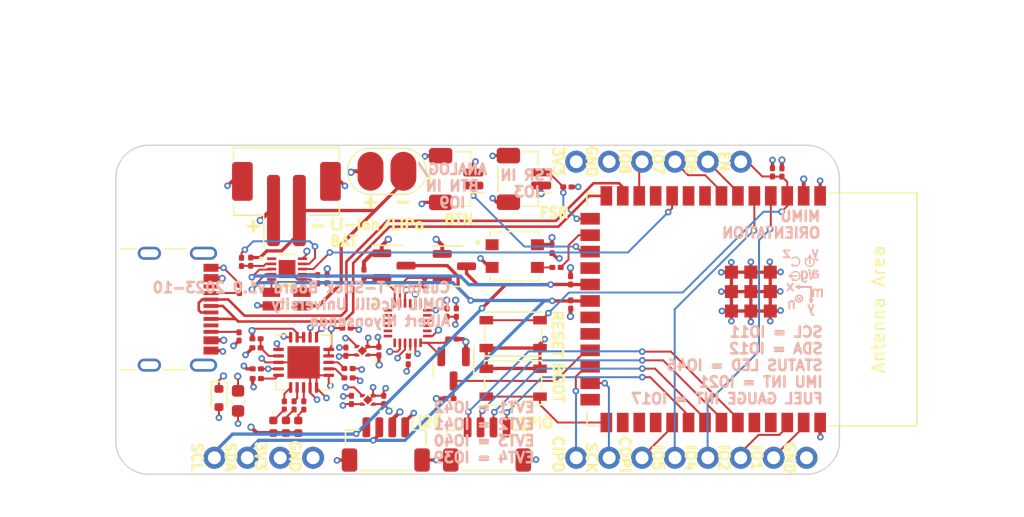
<source format=kicad_pcb>
(kicad_pcb (version 20221018) (generator pcbnew)
  (title_block (title "T-Stick Custom ESP32 Control Board") (date "2023-09") (rev "v0.0.2"))
  (layers (0 "F.Cu" signal) (1 "In1.Cu" signal) (2 "In2.Cu" signal) (31 "B.Cu" signal) (34 "B.Paste" user) (35 "F.Paste" user) (36 "B.SilkS" user "B.Silkscreen") (37 "F.SilkS" user "F.Silkscreen") (38 "B.Mask" user) (39 "F.Mask" user) (44 "Edge.Cuts" user))
  (net 0 "")
  (net 1 "+BATT")
  (net 2 "-BATT")
  (net 3 "CSP")
  (net 4 "+1V8")
  (net 5 "+3V3")
  (net 6 "GND")
  (net 7 "/EN")
  (net 8 "VUSB")
  (net 9 "/IO2")
  (net 11 "/SCL")
  (net 12 "/SDA")
  (net 13 "/FG_CSN")
  (net 14 "/IO16")
  (net 15 "/THRM")
  (net 16 "/IO4")
  (net 24 "Net-(IMU1-REGOUT)")
  (net 25 "/IMU_INT")
  (net 32 "Net-(J1-CC1)")
  (net 34 "Net-(J1-CC2)")
  (net 36 "/IO21")
  (net 37 "/IO0")
  (net 38 "/IO15")
  (net 39 "/IO14")
  (net 40 "/TXD")
  (net 41 "/RXD")
  (net 42 "/IO5")
  (net 43 "/IO6")
  (net 44 "/IO7")
  (net 45 "/IO8")
  (net 46 "/IO9")
  (net 47 "/IO17")
  (net 48 "/IO18")
  (net 49 "/IO45")
  (net 53 "/IO1")
  (net 54 "/USBD-")
  (net 55 "/USBD+")
  (net 56 "/IO3")
  (net 57 "/IO46")
  (net 58 "Net-(CHARGLED1-K)")
  (net 59 "/STAT")
  (net 61 "/REG")
  (net 62 "/SCK")
  (net 63 "/CIPO")
  (net 64 "/COPI")
  (net 65 "/IO13")
  (net 66 "/IO10")
  (net 67 "/IO39")
  (net 68 "/IO40")
  (net 69 "/IO41")
  (net 70 "/IO42")
  (net 71 "SYS")
  (net 72 "/AIN")
  (net 73 "Net-(PWLED1-DIN)")
  (net 74 "/LV_SDA")
  (net 75 "/LV_SCL")
  (net 76 "Net-(CHARGLED2-K)")
  (net 77 "Net-(CHARGLED3-K)")
  (net 78 "/VPCC")
  (net 79 "/PROG3")
  (net 80 "/PROG1")
  (net 81 "/STAT2")
  (net 82 "/PG")
  (net 83 "/THERM")
  (footprint "NCP167AMX330TBG-footprints:XDFN4_1X1_711AJ_ONS" (layer "F.Cu") (at 113.0186 64.12615 180)
    (fp_text reference "U4" hide)
    (fp_text value "NCP167AMX180TBG")
  )
  (footprint "Connector_JST:JST_PH_B2B-PH-SM4-TB_1x02-1MP_P2.00mm_Vertical" (layer "F.Cu") (at 107.1618 52.7991)
    (fp_text reference "BT1" hide)
    (fp_text value "JST-PH-1x02-2.000mm")
  )
  (footprint "Package_TO_SOT_SMD:SOT-23" (layer "F.Cu") (at 115.4585 57.553)
    (fp_text reference "Q2" hide)
    (fp_text value "BSS138")
  )
  (footprint "Resistor_SMD:R_0201_0603Metric" (layer "F.Cu") (at 117.838 58.822 -90)
    (fp_text reference "R14" hide)
    (fp_text value "2k2")
  )
  (footprint "Resistor_SMD:R_0201_0603Metric" (layer "F.Cu") (at 119.7468 67.8191 180)
    (fp_text reference "R23" hide)
    (fp_text value "2k2")
  )
  (footprint "Capacitor_SMD:C_0201_0603Metric" (layer "F.Cu") (at 111.75 64.2 90)
    (fp_text reference "C11" hide)
    (fp_text value "1uF")
  )
  (footprint "Resistor_SMD:R_0201_0603Metric" (layer "F.Cu") (at 104.85 63.9)
    (fp_text reference "R4" hide)
    (fp_text value "110k")
  )
  (footprint "solderpads:SolderPad" (layer "F.Cu") (at 113.6518 50.2691 180)
    (fp_text reference "BT2" hide)
    (fp_text value "Battery_Cell")
  )
  (footprint "Resistor_SMD:R_0201_0603Metric" (layer "F.Cu") (at 129.1018 58.6891 90)
    (fp_text reference "R19" hide)
    (fp_text value "2k2")
  )
  (footprint "Button_Switch_SMD:SW_SPST_PTS810" (layer "F.Cu") (at 124.6668 66.5941 180)
    (fp_text reference "SW2" hide)
    (fp_text value "PTS810 SJM Switch")
  )
  (footprint "Capacitor_SMD:C_0201_0603Metric" (layer "F.Cu") (at 112.175 67.925 90)
    (fp_text reference "C4" hide)
    (fp_text value "1uF")
  )
  (footprint "max17055-footprints:21-100013A_T102A2&plus_1C_MXM" (layer "F.Cu") (at 107.2104 57.819101)
    (fp_text reference "FG1" hide)
    (fp_text value "MAX17055ETB+T")
  )
  (footprint "ICM20948-footprints:QFN24_3X3X0P9_IVS" (layer "F.Cu") (at 116.5202 61.9941)
    (fp_text reference "IMU1" hide)
    (fp_text value "ICM-20948")
  )
  (footprint "PCM_Espressif:ESP32-S3-WROOM-2" (layer "F.Cu") (at 140.1118 60.9191 -90)
    (fp_text reference "MCU1" hide)
    (fp_text value "ESP32-S3-WROOM-2")
  )
  (footprint "LED_SMD:LED_0402_1005Metric" (layer "F.Cu") (at 108.075 70 -90)
    (fp_text reference "CHARGLED1" hide)
    (fp_text value "LED")
  )
  (footprint "Resistor_SMD:R_0201_0603Metric" (layer "F.Cu") (at 119.975 63.225)
    (fp_text reference "R21" hide)
    (fp_text value "2k2")
  )
  (footprint "Resistor_SMD:R_0201_0603Metric" (layer "F.Cu") (at 103.5 63.025 90)
    (fp_text reference "R6" hide)
    (fp_text value "5k1")
  )
  (footprint "Connector_JST:JST_SH_BM04B-SRSS-TB_1x04-1MP_P1.00mm_Vertical" (layer "F.Cu") (at 114.8318 71.3641 180)
    (fp_text reference "QWIIC1" hide)
    (fp_text value "JST-SH-1x04 1.0mm")
  )
  (footprint "Capacitor_SMD:C_0603_1608Metric" (layer "F.Cu") (at 103.425 68 -90)
    (fp_text reference "C14" hide)
    (fp_text value "10uF")
  )
  (footprint "Capacitor_SMD:C_0201_0603Metric" (layer "F.Cu") (at 114.675 67.925 90)
    (fp_text reference "C5" hide)
    (fp_text value "1uF")
  )
  (footprint "Package_TO_SOT_SMD:SOT-23" (layer "F.Cu") (at 120.1295 57.6)
    (fp_text reference "Q1" hide)
    (fp_text value "BSS138")
  )
  (footprint "Resistor_SMD:R_0201_0603Metric" (layer "F.Cu") (at 113.146 58.184 90)
    (fp_text reference "R15" hide)
    (fp_text value "2k2")
  )
  (footprint "Package_DFN_QFN:QFN-20-1EP_4x4mm_P0.5mm_EP2.5x2.5mm" (layer "F.Cu") (at 108.4875 65.025)
    (fp_text reference "U2" hide)
    (fp_text value "MCP73871")
  )
  (footprint "Connector_JST:JST_SH_BM04B-SRSS-TB_1x04-1MP_P1.00mm_Vertical" (layer "F.Cu") (at 122.6518 71.3641 180)
    (fp_text reference "TrillExtensionInput1" hide)
    (fp_text value "JST-SH 1x08 1.00mm")
  )
  (footprint "Capacitor_SMD:C_0201_0603Metric" (layer "F.Cu") (at 114.3 64.15 90)
    (fp_text reference "C12" hide)
    (fp_text value "1uF")
  )
  (footprint "Capacitor_SMD:C_0201_0603Metric" (layer "F.Cu") (at 110.3018 58.5891 -90)
    (fp_text reference "C1" hide)
    (fp_text value "0.1uF")
  )
  (footprint "Connector_JST:JST_SH_BM02B-SRSS-TB_1x02-1MP_P1.00mm_Vertical" (layer "F.Cu") (at 125.5018 50.8591 90)
    (fp_text reference "FSR1" hide)
    (fp_text value "JST-SH-1.00mm 1x2")
  )
  (footprint "neopixel:2659" (layer "F.Cu") (at 124.7918 56.8191)
    (fp_text reference "PWLED1" hide)
    (fp_text value "SK6812MINI")
  )
  (footprint "Capacitor_SMD:C_0201_0603Metric" (layer "F.Cu") (at 144.6918 50.3491 90)
    (fp_text reference "C9" hide)
    (fp_text value "1uF")
  )
  (footprint "LED_SMD:LED_0402_1005Metric" (layer "F.Cu") (at 106.15 69.9925 -90)
    (fp_text reference "CHARGLED3" hide)
    (fp_text value "LED")
  )
  (footprint "Connector_JST:JST_SH_BM02B-SRSS-TB_1x02-1MP_P1.00mm_Vertical" (layer "F.Cu") (at 120.2668 50.8691 90)
    (fp_text reference "SW1" hide)
    (fp_text value "JST-SH-1.00mm 1x2")
  )
  (footprint "Capacitor_SMD:C_0201_0603Metric" (layer "F.Cu") (at 116.5668 64.8491 -90)
    (fp_text reference "C6" hide)
    (fp_text value "0.1uF")
  )
  (footprint "Capacitor_SMD:C_0201_0603Metric" (layer "F.Cu") (at 127.6668 56.2691 -90)
    (fp_text reference "C13" hide)
    (fp_text value "0.1uF")
  )
  (footprint "MountingHole:MountingHole_3.2mm_M3_DIN965" (layer "F.Cu") (at 98.1718 69.7391)
    (fp_text reference "H2" hide)
    (fp_text value "MountingHole" hide)
  )
  (footprint "Capacitor_SMD:C_0201_0603Metric" (layer "F.Cu") (at 119.555 61.18 -90)
    (fp_text reference "C10" hide)
    (fp_text value "1uF")
  )
  (footprint "Resistor_SMD:R_0201_0603Metric" (layer "F.Cu") (at 145.4218 50.3591 90)
    (fp_text reference "R5" hide)
    (fp_text value "10k")
  )
  (footprint "MountingHole:MountingHole_3.2mm_M3_DIN965" (layer "F.Cu") (at 98.1718 51.9591)
    (fp_text reference "H1" hide)
    (fp_text value "MountingHole" hide)
  )
  (footprint "Resistor_SMD:R_0201_0603Metric" (layer "F.Cu") (at 111.95 66.225 180)
    (fp_text reference "R17" hide)
    (fp_text value "24.9k")
  )
  (footprint "Resistor_SMD:R_0201_0603Metric" (layer "F.Cu") (at 104.4018 57.2491 90)
    (fp_text reference "TH1" hide)
    (fp_text value "10k")
  )
  (footprint "Capacitor_SMD:C_0201_0603Metric" (layer "F.Cu") (at 104.875 65.525 180)
    (fp_text reference "C3" hide)
    (fp_text value "4.7uF")
  )
  (footprint "Capacitor_SMD:C_0201_0603Metric" (layer "F.Cu") (at 109.5818 58.6041 -90)
    (fp_text reference "C2" hide)
    (fp_text value "0.47uF")
  )
  (footprint "LED_SMD:LED_0402_1005Metric" (layer "F.Cu") (at 107.125 69.9925 -90)
    (fp_text reference "CHARGLED2" hide)
    (fp_text value "LED")
  )
  (footprint "Button_Switch_SMD:SW_SPST_PTS810" (layer "F.Cu") (at 124.6668 62.8441)
    (fp_text reference "SW3" hide)
    (fp_text value "PTS810 SJM Switch")
  )
  (footprint "Capacitor_SMD:C_0201_0603Metric" (layer "F.Cu") (at 120.28 61.18 -90)
    (fp_text reference "C7" hide)
    (fp_text value "0.1uF")
  )
  (footprint "ul_LVK12R010CER-footprints:LVK12_OHM-L" (layer "F.Cu") (at 107.1818 60.1391 180)
    (fp_text reference "R2" hide)
    (fp_text value "Ohmite_LVK12 10m")
  )
  (footprint "Resistor_SMD:R_0201_0603Metric" (layer "F.Cu") (at 103.6918 57.2691 90)
    (fp_text reference "R12" hide)
    (fp_text value "10k")
  )
  (footprint "Resistor_SMD:R_0201_0603Metric" (layer "F.Cu") (at 111.95 65.5 180)
    (fp_text reference "R20" hide)
    (fp_text value "2k")
  )
  (footprint "Connector_USB:USB_C_Receptacle_GCT_USB4105-xx-A_16P_TopMnt_Horizontal" (layer "F.Cu") (at 97.6518 60.9191 -90)
    (fp_text reference "J1" hide)
    (fp_text value "USB_C_Receptacle_USB2.0")
  )
  (footprint "Capacitor_SMD:C_0201_0603Metric" (layer "F.Cu") (at 111.795 62.375)
    (fp_text reference "C8" hide)
    (fp_text value "4.7uF")
  )
  (footprint "Package_TO_SOT_SMD:SOT-23" (layer "F.Cu") (at 120.0668 65.5191 -90)
    (fp_text reference "Q3" hide)
    (fp_text value "BSS138")
  )
  (footprint "Resistor_SMD:R_0201_0603Metric" (layer "F.Cu") (at 104.85 63.2 180)
    (fp_text reference "R18" hide)
    (fp_text value "330k")
  )
  (footprint "Resistor_SMD:R_0201_0603Metric" (layer "F.Cu") (at 107.75 68.35 90)
    (fp_text reference "R22" hide)
    (fp_text value "1k")
  )
  (footprint "pin-layout:board-layout" (layer "F.Cu") (at 134.62 49.53)
    (fp_text reference "BOARDLAYOUT1" hide)
    (fp_text value "LAYOUT")
  )
  (footprint "Resistor_SMD:R_0201_0603Metric" (layer "F.Cu") (at 129.115 60.551 -90)
    (fp_text reference "R16" hide)
    (fp_text value "2k2")
  )
  (footprint "Diode_SMD:D_SOD-523" (layer "F.Cu") (at 101.95 67.775 -90)
    (fp_text reference "D2" hide)
    (fp_text value "ESD5Zxx")
  )
  (footprint "Resistor_SMD:R_0201_0603Metric" (layer "F.Cu") (at 103.5318 59.3591 -90)
    (fp_text reference "R7" hide)
    (fp_text value "5k1")
  )
  (footprint "Resistor_SMD:R_0201_0603Metric" (layer "F.Cu") (at 128.8518 51.4791)
    (fp_text reference "R1" hide)
    (fp_text value "1k")
  )
  (footprint "Resistor_SMD:R_0201_0603Metric" (layer "F.Cu") (at 107 68.35 90)
    (fp_text reference "R24" hide)
    (fp_text value "1k")
  )
  (footprint "Resistor_SMD:R_0201_0603Metric" (layer "F.Cu") (at 104.875 66.275)
    (fp_text reference "TH2" hide)
    (fp_text value "10k")
  )
  (footprint "Resistor_SMD:R_0201_0603Metric" (layer "F.Cu") (at 128.0168 57.6941 180)
    (fp_text reference "R13" hide)
    (fp_text value "300")
  )
  (footprint "Resistor_SMD:R_0201_0603Metric" (layer "F.Cu") (at 108.5 68.35 90)
    (fp_text reference "R3" hide)
    (fp_text value "1k")
  )
  (footprint "NCP167AMX330TBG-footprints:XDFN4_1X1_711AJ_ONS" (layer "F.Cu") (at 113.4436 67.92385 180)
    (fp_text reference "U3" hide)
    (fp_text value "NCP167AMX330TBG")
  )
  (gr_line (start 146.5818 60.2891) (end 146.9418 59.9291) (stroke (width 0.1016)) (layer "B.SilkS"))
  (gr_line (start 147.576816 56.764099) (end 147.576816 57.414099) (stroke (width 0.1016)) (layer "B.SilkS"))
  (gr_arc (start 146.206817 58.129099) (mid 146.803682 58.297898) (end 146.283963 58.636439) (stroke (width 0.1016)) (layer "B.SilkS"))
  (gr_poly (pts (xy 147.7718 60.1791) (xy 147.6718 60.3791) (xy 147.5718 60.1791)) (stroke (width 0.15)) (fill solid) (layer "B.SilkS"))
  (gr_line (start 146.6718 59.1991) (end 147.6718 59.1991) (stroke (width 0.15)) (layer "B.SilkS"))
  (gr_poly (pts (xy 146.187247 57.46764) (xy 146.2301 57.5903) (xy 146.2901 57.4603)) (stroke (width 0.1016)) (fill solid) (layer "B.SilkS"))
  (gr_poly (pts (xy 146.166816 58.449099) (xy 145.966816 58.349099) (xy 146.166816 58.249099)) (stroke (width 0.1016)) (fill solid) (layer "B.SilkS"))
  (gr_line (start 146.9318 60.2891) (end 146.5418 59.9091) (stroke (width 0.1016)) (layer "B.SilkS"))
  (gr_line (start 147.6618 58.5791) (end 147.5368 57.8791) (stroke (width 0.15)) (layer "B.SilkS"))
  (gr_poly (pts (xy 146.7218 59.2891) (xy 146.5218 59.1891) (xy 146.7218 59.0891)) (stroke (width 0.15)) (fill solid) (layer "B.SilkS"))
  (gr_line (start 147.6718 59.1991) (end 147.6718 60.1991) (stroke (width 0.15)) (layer "B.SilkS"))
  (gr_poly (pts (xy 146.203963 58.576439) (xy 146.246816 58.699099) (xy 146.306816 58.569099)) (stroke (width 0.1016)) (fill solid) (layer "B.SilkS"))
  (gr_arc (start 147.796816 57.0041) (mid 147.627992 57.600829) (end 147.289476 57.081246) (stroke (width 0.1016)) (layer "B.SilkS"))
  (gr_arc (start 146.190101 57.0203) (mid 146.786993 57.189097) (end 146.267247 57.52764) (stroke (width 0.1016)) (layer "B.SilkS"))
  (gr_line (start 145.966816 58.349099) (end 146.616816 58.349099) (stroke (width 0.1016)) (layer "B.SilkS"))
  (gr_poly (pts (xy 147.349476 57.001246) (xy 147.226816 57.044099) (xy 147.356816 57.104099)) (stroke (width 0.1016)) (fill solid) (layer "B.SilkS"))
  (gr_circle (center 146.7518 60.0991) (end 146.5318 59.9391) (stroke (width 0.1016)) (fill none) (layer "B.SilkS"))
  (gr_poly (pts (xy 147.476816 56.964099) (xy 147.576816 56.764099) (xy 147.676816 56.964099)) (stroke (width 0.1016)) (fill solid) (layer "B.SilkS"))
  (gr_line (start 149.86 71.12) (end 149.86 50.8) (stroke (width 0.1)) (layer "Edge.Cuts"))
  (gr_arc (start 149.86 71.12) (mid 149.116051 72.916051) (end 147.32 73.66) (stroke (width 0.1)) (layer "Edge.Cuts"))
  (gr_line (start 93.98 50.8) (end 93.98 71.12) (stroke (width 0.1)) (layer "Edge.Cuts"))
  (gr_line (start 96.52 73.66) (end 147.32 73.66) (stroke (width 0.1)) (layer "Edge.Cuts"))
  (gr_arc (start 147.32 48.26) (mid 149.116051 49.003949) (end 149.86 50.8) (stroke (width 0.1)) (layer "Edge.Cuts"))
  (gr_arc (start 96.52 73.66) (mid 94.723949 72.916051) (end 93.98 71.12) (stroke (width 0.1)) (layer "Edge.Cuts"))
  (gr_line (start 147.32 48.26) (end 96.52 48.26) (stroke (width 0.1)) (layer "Edge.Cuts"))
  (gr_arc (start 93.98 50.8) (mid 94.723949 49.003949) (end 96.52 48.26) (stroke (width 0.1)) (layer "Edge.Cuts"))
  (gr_text "x" (at 146.483017 59.590815) (layer "B.SilkS") (effects (font (size 0.8 0.8) (thickness 0.15) bold) (justify left bottom mirror)))
  (gr_text "FSR IN\nIO3" (at 125.7318 52.3291) (layer "B.SilkS") (effects (font (size 0.8 0.8) (thickness 0.2) bold) (justify bottom mirror)))
  (gr_text "ANALOG/\nBTN IN\nIO9" (at 119.9718 53.1591) (layer "B.SilkS") (effects (font (size 0.8 0.8) (thickness 0.2) bold) (justify bottom mirror)))
  (gr_text "a" (at 148.4618 58.5791) (layer "B.SilkS") (effects (font (size 0.8 0.8) (thickness 0.15) bold) (justify left bottom mirror)))
  (gr_text "z" (at 146.190101 57.0203) (layer "B.SilkS") (effects (font (size 0.8 0.8) (thickness 0.15) bold) (justify left bottom mirror)))
  (gr_text "y" (at 148.383017 56.970815) (layer "B.SilkS") (effects (font (size 0.8 0.8) (thickness 0.15) bold) (justify left bottom mirror)))
  (gr_text "g" (at 147.6043 58.6391) (layer "B.SilkS") (effects (font (size 0.8 0.8) (thickness 0.15) bold) (justify left bottom mirror)))
  (gr_text "SCL = IO11\nSDA = IO12\nSTATUS LED = IO46\nIMU INT = IO21\nFUEL GAUGE INT = IO17" (at 148.6818 68.2991) (layer "B.SilkS") (effects (font (size 0.8 0.8) (thickness 0.2) bold) (justify left bottom mirror)))
  (gr_text "MIMU\nORIENTATION" (at 148.4918 55.4991) (layer "B.SilkS") (effects (font (size 0.8 0.8) (thickness 0.2) bold) (justify left bottom mirror)))
  (gr_text "Custom T-Stick Board v1.0 2023-10\nIDMIL McGill University\nAlbert Niyonsenga" (at 119.9218 62.2991) (layer "B.SilkS") (effects (font (size 0.8 0.8) (thickness 0.2) bold) (justify left bottom mirror)))
  (gr_text "EVT1 = IO42\nEVT2 = IO41\nEVT3 = IO40\nEVT4 = IO39\n\n" (at 126.4218 74.1291) (layer "B.SilkS") (effects (font (size 0.8 0.8) (thickness 0.2) bold) (justify left bottom mirror)))
  (gr_text "y" (at 148.063017 61.210815) (layer "B.SilkS") (effects (font (size 0.8 0.8) (thickness 0.15) bold) (justify left bottom mirror)))
  (gr_text "n" (at 146.623017 60.940815) (layer "B.SilkS") (effects (font (size 0.8 0.8) (thickness 0.15) bold) (justify left bottom mirror)))
  (gr_text "m" (at 148.8018 60.0391) (layer "B.SilkS") (effects (font (size 0.8 0.8) (thickness 0.15) bold) (justify left bottom mirror)))
  (gr_text "GPIO" (at 126.3418 70.1941) (layer "F.SilkS") (effects (font (size 0.8 0.8) (thickness 0.2) bold) (justify bottom)))
  (gr_text "RESET" (at 127.6168 62.8441 270) (layer "F.SilkS") (effects (font (size 0.8 0.8) (thickness 0.2) bold) (justify bottom)))
  (gr_text "Li-ion/LiPo\nBAT" (at 110.4168 56.1441) (layer "F.SilkS") (effects (font (size 0.8 0.8) (thickness 0.2) bold) (justify left bottom)))
  (gr_text "BTN" (at 120.4618 54.4591) (layer "F.SilkS") (effects (font (size 0.8 0.8) (thickness 0.2) bold) (justify bottom)))
  (gr_text "BOOT" (at 127.6918 66.5941 -90) (layer "F.SilkS") (effects (font (size 0.8 0.8) (thickness 0.2) bold) (justify bottom)))
  (gr_text "+" (at 112.8718 53.1791) (layer "F.SilkS") (effects (font (size 1 1) (thickness 0.25) bold) (justify left bottom)))
  (gr_text "FSR" (at 126.5618 53.9391) (layer "F.SilkS") (effects (font (size 0.8 0.8) (thickness 0.2) bold) (justify left bottom)))
  (gr_text "-" (at 108.8118 55.0091) (layer "F.SilkS") (effects (font (size 1 1) (thickness 0.25) bold) (justify left bottom)))
  (gr_text "+" (at 103.8318 55.0391) (layer "F.SilkS") (effects (font (size 1 1) (thickness 0.25) bold) (justify left bottom)))
  (gr_text "3V3" (at 104.6918 72.2691 -90) (layer "F.SilkS") (effects (font (size 0.8 0.8) (thickness 0.2) bold) (justify bottom)))
  (gr_text "-" (at 115.3718 53.1791) (layer "F.SilkS") (effects (font (size 1 1) (thickness 0.25) bold) (justify left bottom)))
  (gr_text "GND" (at 107.3418 72.2691 -90) (layer "F.SilkS") (effects (font (size 0.8 0.8) (thickness 0.2) bold) (justify bottom)))
  (gr_text "I2C" (at 118.2518 70.0791) (layer "F.SilkS") (effects (font (size 0.8 0.8) (thickness 0.2) bold) (justify bottom)))
  (segment (start 110.425 64.025) (end 110.625 63.825) (width 0.1524) (layer "F.Cu") (net 1))
  (segment (start 110.3018 57.8158) (end 110.3018 58.2691) (width 0.3048) (layer "F.Cu") (net 1))
  (segment (start 111.475 62.375) (end 110.675 62.375) (width 0.1524) (layer "F.Cu") (net 1))
  (segment (start 108.7418 56.6791) (end 108.4018 57.0191) (width 0.1524) (layer "F.Cu") (net 1))
  (segment (start 110.675 62.375) (end 110.625 62.425) (width 0.1524) (layer "F.Cu") (net 1))
  (segment (start 108.7418 56.4441) (end 108.7418 56.6791) (width 0.1524) (layer "F.Cu") (net 1))
  (segment (start 110.625 63.825) (end 110.625 62.425) (width 0.1524) (layer "F.Cu") (net 1))
  (segment (start 106.1618 53.2991) (end 105.9118 53.2991) (width 0.3048) (layer "F.Cu") (net 1))
  (segment (start 112.2168 50.2691) (end 112.1418 50.3441) (width 0.3048) (layer "F.Cu") (net 1))
  (segment (start 109.4875 63.0875) (end 109.4875 62.7879) (width 0.1524) (layer "F.Cu") (net 1))
  (segment (start 110.425 64.525) (end 110.425 64.025) (width 0.1524) (layer "F.Cu") (net 1))
  (segment (start 110.3168 57.8008) (end 110.3018 57.8158) (width 0.3048) (layer "F.Cu") (net 1))
  (segment (start 105.9118 53.2991) (end 105.1418 54.0691) (width 0.3048) (layer "F.Cu") (net 1))
  (segment (start 113.6518 50.2691) (end 112.2168 50.2691) (width 0.3048) (layer "F.Cu") (net 1))
  (segment (start 109.4875 62.7879) (end 109.875 62.4004) (width 0.1524) (layer "F.Cu") (net 1))
  (via (at 112.1418 50.3441) (size 0.5588) (drill 0.3048) (layers "F.Cu" "B.Cu") (net 1))
  (via (at 105.1418 54.0691) (size 0.5588) (drill 0.3048) (layers "F.Cu" "B.Cu") (net 1))
  (via (at 108.7418 56.4441) (size 0.5588) (drill 0.3048) (layers "F.Cu" "B.Cu") (net 1))
  (via (at 110.625 62.425) (size 0.5588) (drill 0.3048) (layers "F.Cu" "B.Cu") (net 1))
  (via (at 110.3168 57.8008) (size 0.5588) (drill 0.3048) (layers "F.Cu" "B.Cu") (net 1))
  (via (at 109.875 62.4004) (size 0.5588) (drill 0.3048) (layers "F.Cu" "B.Cu") (net 1))
  (segment (start 106.7918 56.4191) (end 108.1618 55.0491) (width 0.254) (layer "F.Cu") (net 2))
  (segment (start 104.4018 56.9291) (end 105.135747 56.9291) (width 0.254) (layer "F.Cu") (net 2))
  (segment (start 114.6168 52.6941) (end 114.0118 53.2991) (width 0.254) (layer "F.Cu") (net 2))
  (segment (start 109.6468 60.6641) (end 111.3918 58.9191) (width 0.254) (layer "F.Cu") (net 2))
  (segment (start 111.3918 55.9191) (end 114.6168 52.6941) (width 0.254) (layer "F.Cu") (net 2))
  (segment (start 111.3918 58.9191) (end 111.3918 55.9191) (width 0.254) (layer "F.Cu") (net 2))
  (segment (start 114.6168 52.6941) (end 116.1918 51.1191) (width 0.254) (layer "F.Cu") (net 2))
  (segment (start 105.135747 56.9291) (end 105.645747 56.4191) (width 0.254) (layer "F.Cu") (net 2))
  (segment (start 116.1918 51.1191) (end 116.1918 50.2691) (width 0.508) (layer "F.Cu") (net 2))
  (segment (start 108.1618 55.0491) (end 108.1618 53.2991) (width 0.254) (layer "F.Cu") (net 2))
  (segment (start 108.3617 60.6641) (end 109.6468 60.6641) (width 0.254) (layer "F.Cu") (net 2))
  (segment (start 105.645747 56.4191) (end 106.7918 56.4191) (width 0.254) (layer "F.Cu") (net 2))
  (segment (start 114.0118 53.2991) (end 108.1618 53.2991) (width 0.254) (layer "F.Cu") (net 2))
  (segment (start 108.4018 58.619102) (end 108.4018 59.574) (width 0.1524) (layer "F.Cu") (net 3))
  (segment (start 109.3068 58.9241) (end 109.5818 58.9241) (width 0.1524) (layer "F.Cu") (net 3))
  (segment (start 108.4018 59.574) (end 108.3617 59.6141) (width 0.1524) (layer "F.Cu") (net 3))
  (segment (start 110.2868 58.9241) (end 110.3018 58.9091) (width 0.1524) (layer "F.Cu") (net 3))
  (segment (start 108.4018 58.619102) (end 109.001802 58.619102) (width 0.1524) (layer "F.Cu") (net 3))
  (segment (start 108.4018 58.619102) (end 108.010401 58.619102) (width 0.1524) (layer "F.Cu") (net 3))
  (segment (start 108.010401 58.619102) (end 107.2104 57.819101) (width 0.1524) (layer "F.Cu") (net 3))
  (segment (start 109.001802 58.619102) (end 109.3068 58.9241) (width 0.1524) (layer "F.Cu") (net 3))
  (segment (start 109.5818 58.9241) (end 110.2868 58.9241) (width 0.1524) (layer "F.Cu") (net 3))
  (segment (start 120.295 63.225) (end 120.7977 63.225) (width 0.3048) (layer "F.Cu") (net 4))
  (segment (start 118.430899 62.994101) (end 118.0418 62.994101) (width 0.1524) (layer "F.Cu") (net 4))
  (segment (start 113.146 57.254) (end 113.146 57.864) (width 0.3048) (layer "F.Cu") (net 4))
  (segment (start 118.9 62.525) (end 118.430899 62.994101) (width 0.1524) (layer "F.Cu") (net 4))
  (segment (start 119.555 60.255) (end 119.53 60.23) (width 0.1524) (layer "F.Cu") (net 4))
  (segment (start 113.797 56.603) (end 113.146 57.254) (width 0.3048) (layer "F.Cu") (net 4))
  (segment (start 116.3202 59.534901) (end 116.386 59.469101) (width 0.1524) (layer "F.Cu") (net 4))
  (segment (start 116.386 59.469101) (end 116.713101 59.142) (width 0.1524) (layer "F.Cu") (net 4))
  (segment (start 113.425 64.45) (end 114.28 64.45) (width 0.1524) (layer "F.Cu") (net 4))
  (segment (start 114.3 64.47) (end 114.3 65.2) (width 0.254) (layer "F.Cu") (net 4))
  (segment (start 118.725 55.525) (end 119.192 55.992) (width 0.3048) (layer "F.Cu") (net 4))
  (segment (start 114.28 64.45) (end 114.3 64.47) (width 0.1524) (layer "F.Cu") (net 4))
  (segment (start 114.3 65.2) (end 114.325 65.225) (width 0.254) (layer "F.Cu") (net 4))
  (segment (start 114.521 56.029) (end 114.521 56.603) (width 0.3048) (layer "F.Cu") (net 4))
  (segment (start 119.555 60.86) (end 119.555 60.255) (width 0.1524) (layer "F.Cu") (net 4))
  (segment (start 121.0168 63.4441) (end 121.0168 64.5816) (width 0.3048) (layer "F.Cu") (net 4))
  (segment (start 115.1418 64.1941) (end 115.728798 64.1941) (width 0.1524) (layer "F.Cu") (net 4))
  (segment (start 115.025 55.525) (end 114.521 56.029) (width 0.3048) (layer "F.Cu") (net 4))
  (segment (start 120.28 60.28) (end 120.23 60.23) (width 0.1524) (layer "F.Cu") (net 4))
  (segment (start 116.3202 60.4725) (end 116.3202 59.534901) (width 0.1524) (layer "F.Cu") (net 4))
  (segment (start 115.728798 64.1941) (end 115.920201 64.002697) (width 0.1524) (layer "F.Cu") (net 4))
  (segment (start 116.427701 59.4274) (end 116.386 59.469101) (width 0.1524) (layer "F.Cu") (net 4))
  (segment (start 115.920201 64.002697) (end 115.920201 63.5157) (width 0.1524) (layer "F.Cu") (net 4))
  (segment (start 120.28 60.86) (end 120.28 60.28) (width 0.1524) (layer "F.Cu") (net 4))
  (segment (start 120.7977 63.225) (end 121.0168 63.4441) (width 0.3048) (layer "F.Cu") (net 4))
  (segment (start 119.192 55.992) (end 119.192 56.65) (width 0.3048) (layer "F.Cu") (net 4))
  (segment (start 116.713101 59.142) (end 117.838 59.142) (width 0.1524) (layer "F.Cu") (net 4))
  (segment (start 114.521 56.603) (end 113.797 56.603) (width 0.3048) (layer "F.Cu") (net 4))
  (via (at 121.0168 63.4441) (size 0.5588) (drill 0.3048) (layers "F.Cu" "B.Cu") (net 4))
  (via (at 120.23 60.23) (size 0.5588) (drill 0.3048) (layers "F.Cu" "B.Cu") (net 4))
  (via (at 114.325 65.225) (size 0.5588) (drill 0.3048) (layers "F.Cu" "B.Cu") (net 4))
  (via (at 116.427701 59.4274) (size 0.5588) (drill 0.3048) (layers "F.Cu" "B.Cu") (net 4))
  (via (at 118.725 55.525) (size 0.5588) (drill 0.3048) (layers "F.Cu" "B.Cu") (net 4))
  (via (at 119.53 60.23) (size 0.5588) (drill 0.3048) (layers "F.Cu" "B.Cu") (net 4))
  (via (at 115.025 55.525) (size 0.5588) (drill 0.3048) (layers "F.Cu" "B.Cu") (net 4))
  (via (at 118.9 62.525) (size 0.5588) (drill 0.3048) (layers "F.Cu" "B.Cu") (net 4))
  (via (at 115.1418 64.1941) (size 0.5588) (drill 0.3048) (layers "F.Cu" "B.Cu") (net 4))
  (segment (start 118.7418 67.8191) (end 119.4268 67.8191) (width 0.3048) (layer "F.Cu") (net 5))
  (segment (start 129.0918 60.9291) (end 129.1018 60.9191) (width 0.3048) (layer "F.Cu") (net 5))
  (segment (start 129.0918 57.7191) (end 129.0918 58.3591) (width 0.3048) (layer "F.Cu") (net 5))
  (segment (start 147.1018 50.8691) (end 147.1018 52.1691) (width 0.3048) (layer "F.Cu") (net 5))
  (segment (start 115.083682 68.653682) (end 114.675 68.245) (width 0.1524) (layer "F.Cu") (net 5))
  (segment (start 126.5468 55.9491) (end 126.5418 55.9441) (width 0.3048) (layer "F.Cu") (net 5))
  (segment (start 129.0918 58.3591) (end 129.1018 58.3691) (width 0.3048) (layer "F.Cu") (net 5))
  (segment (start 115.3318 69.446392) (end 115.925446 68.852746) (width 0.3048) (layer "F.Cu") (net 5))
  (segment (start 127.6668 55.9491) (end 126.5468 55.9491) (width 0.3048) (layer "F.Cu") (net 5))
  (segment (start 129.0918 61.4791) (end 129.0918 60.9291) (width 0.3048) (layer "F.Cu") (net 5))
  (segment (start 114.6723 68.2477) (end 114.675 68.245) (width 0.1524) (layer "F.Cu") (net 5))
  (segment (start 126.8268 51.9941) (end 126.8268 51.3591) (width 0.3048) (layer "F.Cu") (net 5))
  (segment (start 115.083682 68.783682) (end 115.083682 68.653682) (width 0.1524) (layer "F.Cu") (net 5))
  (segment (start 113.85 68.2477) (end 114.6723 68.2477) (width 0.1524) (layer "F.Cu") (net 5))
  (segment (start 115.3318 70.0391) (end 115.3318 69.446392) (width 0.3048) (layer "F.Cu") (net 5))
  (segment (start 145.4218 49.3991) (end 145.4218 50.0391) (width 0.3048) (layer "F.Cu") (net 5))
  (segment (start 127.6668 55.3941) (end 127.6668 55.9491) (width 0.3048) (layer "F.Cu") (net 5))
  (via (at 129.0918 61.4791) (size 0.5588) (drill 0.3048) (layers "F.Cu" "B.Cu") (net 5))
  (via (at 147.1018 50.8691) (size 0.5588) (drill 0.3048) (layers "F.Cu" "B.Cu") (net 5))
  (via (at 145.4218 49.3991) (size 0.5588) (drill 0.3048) (layers "F.Cu" "B.Cu") (net 5))
  (via (at 115.925446 68.852746) (size 0.5588) (drill 0.3048) (layers "F.Cu" "B.Cu") (net 5))
  (via (at 127.6668 55.3941) (size 0.5588) (drill 0.3048) (layers "F.Cu" "B.Cu") (net 5))
  (via (at 118.7418 67.8191) (size 0.5588) (drill 0.3048) (layers "F.Cu" "B.Cu") (net 5))
  (via (at 115.083682 68.783682) (size 0.5588) (drill 0.3048) (layers "F.Cu" "B.Cu") (net 5))
  (via (at 129.0918 57.7191) (size 0.5588) (drill 0.3048) (layers "F.Cu" "B.Cu") (net 5))
  (via (at 126.8268 51.9941) (size 0.5588) (drill 0.3048) (layers "F.Cu" "B.Cu") (net 5))
  (segment (start 115.7418 64.61215) (end 115.7418 64.6941) (width 0.1524) (layer "F.Cu") (net 6))
  (segment (start 145.2768 61.0591) (end 145.3168 61.0191) (width 0.254) (layer "F.Cu") (net 6))
  (segment (start 104.555 66.275) (end 104.555 66.855) (width 0.254) (layer "F.Cu") (net 6))
  (segment (start 112.27 65.5) (end 112.9 65.5) (width 0.1524) (layer "F.Cu") (net 6))
  (segment (start 113.4436 67.92385) (end 113.52615 67.92385) (width 0.1524) (layer "F.Cu") (net 6))
  (segment (start 112.625 62.375) (end 112.75 62.5) (width 0.1524) (layer "F.Cu") (net 6))
  (segment (start 104.1 65.525) (end 104.555 65.525) (width 0.254) (layer "F.Cu") (net 6))
  (segment (start 111.745 63.875) (end 111.75 63.88) (width 0.1524) (layer "F.Cu") (net 6))
  (segment (start 141.5218 58.0591) (end 140.7518 58.0591) (width 0.254) (layer "F.Cu") (net 6))
  (segment (start 122.8463 57.6941) (end 123.0418 57.6941) (width 0.254) (layer "F.Cu") (net 6))
  (segment (start 111.595 67.605) (end 111.55 67.65) (width 0.1524) (layer "F.Cu") (net 6))
  (segment (start 108.9875 67.3625) (end 109.525 67.9) (width 0.1524) (layer "F.Cu") (net 6))
  (segment (start 104.555 66.855) (end 104.625 66.925) (width 0.254) (layer "F.Cu") (net 6))
  (segment (start 111.3318 51.0491) (end 111.6818 51.3991) (width 0.254) (layer "F.Cu") (net 6))
  (segment (start 123.0818 49.0791) (end 123.1018 49.0591) (width 0.254) (layer "F.Cu") (net 6))
  (segment (start 124.3018 52.6591) (end 123.3918 52.6591) (width 0.254) (layer "F.Cu") (net 6))
  (segment (start 103.5318 59.0391) (end 103.5318 58.946995) (width 0.1524) (layer "F.Cu") (net 6))
  (segment (start 102.303905 57.7191) (end 101.3318 57.7191) (width 0.1524) (layer "F.Cu") (net 6))
  (segment (start 122.5918 65.5191) (end 122.5918 63.9191) (width 0.254) (layer "F.Cu") (net 6))
  (segment (start 144.5218 61.8441) (end 144.5218 61.0591) (width 0.254) (layer "F.Cu") (net 6))
  (segment (start 113.425 63.8023) (end 113.425 63.175) (width 0.1524) (layer "F.Cu") (net 6))
  (segment (start 117.7318 52.6691) (end 117.6118 52.7891) (width 0.254) (layer "F.Cu") (net 6))
  (segment (start 113.52615 67.92385) (end 113.85 67.6) (width 0.1524) (layer "F.Cu") (net 6))
  (segment (start 103.875 65.3) (end 104.1 65.525) (width 0.254) (layer "F.Cu") (net 6))
  (segment (start 141.5168 57.2941) (end 141.5168 58.0541) (width 0.254) (layer "F.Cu") (net 6))
  (segment (start 145.3168 58.0441) (end 145.3018 58.0591) (width 0.254) (layer "F.Cu") (net 6))
  (segment (start 144.5218 58.0591) (end 144.5218 57.2991) (width 0.254) (layer "F.Cu") (net 6))
  (segment (start 145.2918 59.5441) (end 145.2768 59.5591) (width 0.254) (layer "F.Cu") (net 6))
  (segment (start 126.7168 65.4941) (end 126.7418 65.5191) (width 0.254) (layer "F.Cu") (net 6))
  (segment (start 114.3 63.83) (end 114.3 63.15) (width 0.1524) (layer "F.Cu") (net 6))
  (segment (start 104.9618 60.6641) (end 106.0019 60.6641) (width 0.254) (layer "F.Cu") (net 6))
  (segment (start 103.7618 51.0491) (end 102.9518 51.0491) (width 0.254) (layer "F.Cu") (net 6))
  (segment (start 141.5218 58.0591) (end 141.5218 61.0591) (width 0.254) (layer "F.Cu") (net 6))
  (segment (start 112.625 66.225) (end 112.85 66.45) (width 0.1524) (layer "F.Cu") (net 6))
  (segment (start 117.120199 64.196199) (end 117.120199 63.5157) (width 0.1524) (layer "F.Cu") (net 6))
  (segment (start 112.115 62.375) (end 112.625 62.375) (width 0.1524) (layer "F.Cu") (net 6))
  (segment (start 148.3918 70.7941) (end 148.3718 70.7741) (width 0.254) (layer "F.Cu") (net 6))
  (segment (start 104.53 63.92) (end 104 64.45) (width 0.254) (layer "F.Cu") (net 6))
  (segment (start 145.2768 59.5591) (end 144.5218 59.5591) (width 0.254) (layer "F.Cu") (net 6))
  (segment (start 116.3202 63.5157) (end 116.3202 64.03375) (width 0.1524) (layer "F.Cu") (net 6))
  (segment (start 113.425 63.175) (end 113.475 63.125) (width 0.1524) (layer "F.Cu") (net 6))
  (segment (start 141.5218 59.5591) (end 144.5218 59.5591) (width 0.254) (layer "F.Cu") (net 6))
  (segment (start 103.425 69.75) (end 103.425 68.775) (width 0.1524) (layer "F.Cu") (net 6))
  (segment (start 106.55 65.025) (end 105.55 65.025) (width 0.1524) (layer "F.Cu") (net 6))
  (segment (start 114.3 63.15) (end 114.225 63.075) (width 0.1524) (layer "F.Cu") (net 6))
  (segment (start 104.53 63.9) (end 104.53 63.92) (width 0.254) (layer "F.Cu") (net 6))
  (segment (start 116.3318 69.5991) (end 116.9918 68.9391) (width 0.254) (layer "F.Cu") (net 6))
  (segment (start 114.675 67.605) (end 114.675 67.175) (width 0.1524) (layer "F.Cu") (net 6))
  (segment (start 122.5918 63.9191) (end 126.7418 63.9191) (width 0.254) (layer "F.Cu") (net 6))
  (segment (start 116.3202 64.03375) (end 115.7418 64.61215) (width 0.1524) (layer "F.Cu") (net 6))
  (segment (start 108.9875 65.525) (end 108.9875 66.9625) (width 0.1524) (layer "F.Cu") (net 6))
  (segment (start 117.8518 49.1191) (end 117.9018 49.0691) (width 0.254) (layer "F.Cu") (net 6))
  (segment (start 103.0909 63.75) (end 103.5318 63.3091) (width 0.254) (layer "F.Cu") (net 6))
  (segment (start 126.3968 72.5641) (end 126.4318 72.5291) (width 0.254) (layer "F.Cu") (net 6))
  (segment (start 109.4875 66.025) (end 109.4875 66.9625) (width 0.1524) (layer "F.Cu") (net 6))
  (segment (start 119.8518 72.5641) (end 118.7318 72.5641) (width 0.254) (layer "F.Cu") (net 6))
  (segment (start 140.7518 58.0591) (end 140.7418 58.0691) (width 0.254) (layer "F.Cu") (net 6))
  (segment (start 144.5218 59.5591) (end 144.5218 61.0591) (width 0.254) (layer "F.Cu") (net 6))
  (segment (start 141.5218 58.0591) (end 144.5218 58.0591) (width 0.254) (layer "F.Cu") (net 6))
  (segment (start 103.5318 58.946995) (end 102.303905 57.7191) (width 0.1524) (layer "F.Cu") (net 6))
  (segment (start 111.25 63.875) (end 111.745 63.875) (width 0.1524) (layer "F.Cu") (net 6))
  (segment (start 125.4518 72.5641) (end 126.3968 72.5641) (width 0.254) (layer "F.Cu") (net 6))
  (segment (start 108.4875 65.025) (end 108.9875 65.525) (width 0.1524) (layer "F.Cu") (net 6))
  (segment (start 113.10115 64.12615) (end 113.425 63.8023) (width 0.1524) (layer "F.Cu") (net 6))
  (segment (start 129.6918 51.4691) (end 129.1818 51.4691) (width 0.254) (layer "F.Cu") (net 6))
  (segment (start 117.6318 72.5641) (end 118.7318 72.5641) (width 0.254) (layer "F.Cu") (net 6))
  (segment (start 143.020373 61.89982) (end 143.0218 61.898393) (width 0.254) (layer "F.Cu") (net 6))
  (segment (start 140.7918 61.0591) (end 141.5218 61.0591) (width 0.254) (layer "F.Cu") (net 6))
  (segment (start 144.5218 61.0591) (end 145.2768 61.0591) (width 0.254) (layer "F.Cu") (net 6))
  (segment (start 141.5168 58.0541) (end 141.5218 58.0591) (width 0.254) (layer "F.Cu") (net 6))
  (segment (start 128.2418 56.9978) (end 128.0755 56.9978) (width 0.254) (layer "F.Cu") (net 6))
  (segment (start 113.4527 63.83) (end 113.425 63.8023) (width 0.1524) (layer "F.Cu") (net 6))
  (segment (start 117.9018 49.0691) (end 119.0668 49.0691) (width 0.254) (layer "F.Cu") (net 6))
  (segment (start 118.0418 60.994099) (end 118.691799 60.994099) (width 0.1524) (layer "F.Cu") (net 6))
  (segment (start 122.6168 65.4941) (end 126.7168 65.4941) (width 0.254) (layer "F.Cu") (net 6))
  (segment (start 101.3318 64.1191) (end 102.1918 64.1191) (width 0.254) (layer "F.Cu") (net 6))
  (segment (start 113.0186 64.12615) (end 113.10115 64.12615) (width 0.1524) (layer "F.Cu") (net 6))
  (segment (start 110.425 66.025) (end 110.425 66.7) (width 0.1524) (layer "F.Cu") (net 6))
  (segment (start 117.120199 59.772499) (end 117.1168 59.7691) (width 0.1524) (layer "F.Cu") (net 6))
  (segment (start 123.1018 49.0591) (end 124.3018 49.0591) (width 0.254) (layer "F.Cu") (net 6))
  (segment (start 113.85 67.6) (end 113.85 66.95) (width 0.1524) (layer "F.Cu") (net 6))
  (segment (start 141.5218 61.0591) (end 144.5218 61.0591) (width 0.254) (layer "F.Cu") (net 6))
  (segment (start 101.95 69.3) (end 101.95 68.475) (width 0.1524) (layer "F.Cu") (net 6))
  (segment (start 143.0218 57.2691) (end 143.0218 58.0591) (width 0.254) (layer "F.Cu") (net 6))
  (segment (start 102.9518 51.0491) (end 102.6118 51.3891) (width 0.254) (layer "F.Cu") (net 6))
  (segment (start 103.075 63.75) (end 103.0909 63.75) (width 0.254) (layer "F.Cu") (net 6))
  (segment (start 104.9168 60.6191) (end 104.9618 60.6641) (width 0.254) (layer "F.Cu") (net 6))
  (segment (start 114.3 63.83) (end 113.4527 63.83) (width 0.1524) (layer "F.Cu") (net 6))
  (segment (start 119.555 61.5) (end 120.28 61.5) (width 0.1524) (layer "F.Cu") (net 6))
  (segment (start 129.1818 51.4691) (end 129.1718 51.4791) (width 0.254) (layer "F.Cu") (net 6))
  (segment (start 111.0968 72.5641) (end 112.0318 72.5641) (width 0.254) (layer "F.Cu") (net 6))
  (segment (start 116.5668 65.5941) (end 116.4418 65.7191) (width 0.1524) (layer "F.Cu") (net 6))
  (segment (start 145.3018 58.0591) (end 144.5218 58.0591) (width 0.254) (layer "F.Cu") (net 6))
  (segment (start 109.4875 66.9625) (end 109.4875 67.0125) (width 0.1524) (layer "F.Cu") (net 6))
  (segment (start 121.5918 49.6891) (end 121.7618 49.5191) (width 0.254) (layer "F.Cu") (net 6))
  (segment (start 114.675 67.175) (end 114.825 67.025) (width 0.1524) (layer "F.Cu") (net 6))
  (segment (start 110.5618 51.0491) (end 111.3318 51.0491) (width 0.254) (layer "F.Cu") (net 6))
  (segment (start 128.0755 56.9978) (end 127.6668 56.5891) (width 0.254) (layer "F.Cu") (net 6))
  (segment (start 144.5218 57.2991) (end 144.4818 57.2591) (width 0.254) (layer "F.Cu") (net 6))
  (segment (start 117.120199 60.4725) (end 117.120199 59.772499) (width 0.1524) (layer "F.Cu") (net 6))
  (segment (start 148.3718 70.7741) (end 148.3718 69.6691) (width 0.254) (layer "F.Cu") (net 6))
  (segment (start 143.0218 61.898393) (end 143.0218 61.0591) (width 0.254) (layer "F.Cu") (net 6))
  (segment (start 117.27995 64.35595) (end 117.120199 64.196199) (width 0.1524) (layer "F.Cu") (net 6))
  (segment (start 116.5668 65.1691) (end 116.5668 65.5941) (width 0.1524) (layer "F.Cu") (net 6))
  (segment (start 110.425 66.7) (end 110.55 66.825) (width 0.1524) (layer "F.Cu") (net 6))
  (segment (start 126.7418 63.5941) (end 126.7418 63.9191) (width 0.254) (layer "F.Cu") (net 6))
  (segment (start 116.3318 70.0391) (end 116.3318 69.5991) (width 0.254) (layer "F.Cu") (net 6))
  (segment (start 108.4875 65.025) (end 106.55 65.025) (width 0.1524) (layer "F.Cu") (net 6))
  (segment (start 113.85 67.6) (end 114.67 67.6) (width 0.1524) (layer "F.Cu") (net 6))
  (segment (start 144.6918 49.3941) (end 144.6918 50.0291) (width 0.254) (layer "F.Cu") (net 6))
  (segment (start 102.1918 64.1191) (end 102.2518 64.1791) (width 0.254) (layer "F.Cu") (net 6))
  (segment (start 144.5218 59.5591) (end 144.5218 58.0591) (width 0.254) (layer "F.Cu") (net 6))
  (segment (start 126.7418 63.9191) (end 126.7418 65.5191) (width 0.254) (layer "F.Cu") (net 6))
  (segment (start 105.55 65.025) (end 105.25 64.725) (width 0.1524) (layer "F.Cu") (net 6))
  (segment (start 112.9 65.5) (end 112.975 65.575) (width 0.1524) (layer "F.Cu") (net 6))
  (segment (start 108.9875 66.9625) (end 108.9875 67.3625) (width 0.1524) (layer "F.Cu") (net 6))
  (segment (start 122.5918 65.5191) (end 122.6168 65.4941) (width 0.254) (layer "F.Cu") (net 6))
  (segment (start 119.0668 52.6691) (end 117.7318 52.6691) (width 0.254) (layer "F.Cu") (net 6))
  (segment (start 109.4875 67.0125) (end 110.25 67.775) (width 0.1524) (layer "F.Cu") (net 6))
  (segment (start 112.175 67.605) (end 111.595 67.605) (width 0.1524) (layer "F.Cu") (net 6))
  (segment (start 114.67 67.6) (end 114.675 67.605) (width 0.1524) (layer "F.Cu") (net 6))
  (segment (start 121.5918 50.3691) (end 121.5918 49.6891) (width 0.254) (layer "F.Cu") (net 6))
  (segment (start 109.4875 66.025) (end 110.425 66.025) (width 0.1524) (layer "F.Cu") (net 6))
  (segment (start 120.28 61.5) (end 120.28 62.02) (width 0.1524) (layer "F.Cu") (net 6))
  (segment (start 127.1043 63.2316) (end 126.7418 63.5941) (width 0.254) (layer "F.Cu") (net 6))
  (segment (start 123.3918 52.6591) (end 123.0818 52.3491) (width 0.254) (layer "F.Cu") (net 6))
  (segment (start 120.28 62.02) (end 120.2 62.1) (width 0.1524) (layer "F.Cu") (net 6))
  (segment (start 143.0218 58.0591) (end 143.0218 61.0591) (width 0.254) (layer "F.Cu") (net 6))
  (segment (start 148.3718 50.9991) (end 148.3718 52.1691) (width 0.254) (layer "F.Cu") (net 6))
  (segment (start 122.15 56.9978) (end 122.8463 57.6941) (width 0.254) (layer "F.Cu") (net 6))
  (segment (start 108.4875 65.025) (end 109.4875 66.025) (width 0.1524) (layer "F.Cu") (net 6))
  (segment (start 111.0668 72.5941) (end 111.0968 72.5641) (width 0.254) (layer "F.Cu") (net 6))
  (segment (start 141.5218 61.8441) (end 141.5218 61.0591) (width 0.254) (layer "F.Cu") (net 6))
  (segment (start 112.27 66.225) (end 112.625 66.225) (width 0.1524) (layer "F.Cu") (net 6))
  (segment (start 140.7418 59.5591) (end 141.5218 59.5591) (width 0.254) (layer "F.Cu") (net 6))
  (via (at 102.2518 64.1791) (size 0.508) (drill 0.254) (layers "F.Cu" "B.Cu") (net 6))
  (via (at 129.6918 51.4691) (size 0.508) (drill 0.254) (layers "F.Cu" "B.Cu") (net 6))
  (via (at 111.25 63.875) (size 0.508) (drill 0.254) (layers "F.Cu" "B.Cu") (net 6))
  (via (at 118.691799 60.994099) (size 0.508) (drill 0.254) (layers "F.Cu" "B.Cu") (net 6))
  (via (at 144.4818 57.2591) (size 0.508) (drill 0.254) (layers "F.Cu" "B.Cu") (net 6))
  (via (at 112.85 66.45) (size 0.508) (drill 0.254) (layers "F.Cu" "B.Cu") (net 6))
  (via (at 121.7618 49.5191) (size 0.508) (drill 0.254) (layers "F.Cu" "B.Cu") (net 6))
  (via (at 114.825 67.025) (size 0.508) (drill 0.254) (layers "F.Cu" "B.Cu") (net 6))
  (via (at 118.7318 72.5641) (size 0.508) (drill 0.254) (layers "F.Cu" "B.Cu") (net 6))
  (via (at 123.0818 52.3491) (size 0.508) (drill 0.254) (layers "F.Cu" "B.Cu") (net 6))
  (via (at 145.3168 58.0441) (size 0.508) (drill 0.254) (layers "F.Cu" "B.Cu") (net 6))
  (via (at 148.3918 70.7941) (size 0.508) (drill 0.254) (layers "F.Cu" "B.Cu") (net 6))
  (via (at 143.020373 61.89982) (size 0.508) (drill 0.254) (layers "F.Cu" "B.Cu") (net 6))
  (via (at 105.25 64.725) (size 0.508) (drill 0.254) (layers "F.Cu" "B.Cu") (net 6))
  (via (at 115.7418 64.6941) (size 0.508) (drill 0.254) (layers "F.Cu" "B.Cu") (net 6))
  (via (at 116.4418 65.7191) (size 0.508) (drill 0.254) (layers "F.Cu" "B.Cu") (net 6))
  (via (at 120.2 62.1) (size 0.508) (drill 0.254) (layers "F.Cu" "B.Cu") (net 6))
  (via (at 103.425 69.75) (size 0.508) (drill 0.254) (layers "F.Cu" "B.Cu") (net 6))
  (via (at 141.5218 61.8441) (size 0.508) (drill 0.254) (layers "F.Cu" "B.Cu") (net 6))
  (via (at 148.3718 50.9991) (size 0.508) (drill 0.254) (layers "F.Cu" "B.Cu") (net 6))
  (via (at 140.7918 61.0591) (size 0.508) (drill 0.254) (layers "F.Cu" "B.Cu") (net 6))
  (via (at 140.7418 58.0691) (size 0.508) (drill 0.254) (layers "F.Cu" "B.Cu") (net 6))
  (via (at 123.0818 49.0791) (size 0.508) (drill 0.254) (layers "F.Cu" "B.Cu") (net 6))
  (via (at 117.6118 52.7891) (size 0.508) (drill 0.254) (layers "F.Cu" "B.Cu") (net 6))
  (via (at 145.2918 59.5441) (size 0.508) (drill 0.254) (layers "F.Cu" "B.Cu") (net 6))
  (via (at 116.9918 68.9391) (size 0.508) (drill 0.254) (layers "F.Cu" "B.Cu") (net 6))
  (via (at 110.55 66.825) (size 0.508) (drill 0.254) (layers "F.Cu" "B.Cu") (net 6))
  (via (at 144.5218 61.8441) (size 0.508) (drill 0.254) (layers "F.Cu" "B.Cu") (net 6))
  (via (at 109.525 67.9) (size 0.508) (drill 0.254) (layers "F.Cu" "B.Cu") (net 6))
  (via (at 113.85 66.95) (size 0.508) (drill 0.254) (layers "F.Cu" "B.Cu") (net 6))
  (via (at 104.9168 60.6191) (size 0.508) (drill 0.254) (layers "F.Cu" "B.Cu") (net 6))
  (via (at 111.6818 51.3991) (size 0.508) (drill 0.254) (layers "F.Cu" "B.Cu") (net 6))
  (via (at 102.6118 51.3891) (size 0.508) (drill 0.254) (layers "F.Cu" "B.Cu") (net 6))
  (via (at 104.625 66.925) (size 0.508) (drill 0.254) (layers "F.Cu" "B.Cu") (net 6))
  (via (at 127.1043 63.2316) (size 0.508) (drill 0.254) (layers "F.Cu" "B.Cu") (net 6))
  (via (at 104 64.45) (size 0.508) (drill 0.254) (layers "F.Cu" "B.Cu") (net 6))
  (via (at 117.1168 59.7691) (size 0.508) (drill 0.254) (layers "F.Cu" "B.Cu") (net 6))
  (via (at 128.2418 56.9978) (size 0.508) (drill 0.254) (layers "F.Cu" "B.Cu") (net 6))
  (via (at 126.4318 72.5291) (size 0.508) (drill 0.254) (layers "F.Cu" "B.Cu") (net 6))
  (via (at 112.75 62.5) (size 0.508) (drill 0.254) (layers "F.Cu" "B.Cu") (net 6))
  (via (at 140.7418 59.5591) (size 0.508) (drill 0.254) (layers "F.Cu" "B.Cu") (net 6))
  (via (at 103.075 63.75) (size 0.508) (drill 0.254) (layers "F.Cu" "B.Cu") (net 6))
  (via (at 113.475 63.125) (size 0.508) (drill 0.254) (layers "F.Cu" "B.Cu") (net 6))
  (via (at 102.303905 57.7191) (size 0.508) (drill 0.254) (layers "F.Cu" "B.Cu") (net 6))
  (via (at 117.27995 64.35595) (size 0.508) (drill 0.254) (layers "F.Cu" "B.Cu") (net 6))
  (via (at 101.95 69.3) (size 0.508) (drill 0.254) (layers "F.Cu" "B.Cu") (net 6))
  (via (at 111.55 67.65) (size 0.508) (drill 0.254) (layers "F.Cu" "B.Cu") (net 6))
  (via (at 103.875 65.3) (size 0.508) (drill 0.254) (layers "F.Cu" "B.Cu") (net 6))
  (via (at 143.0218 57.2691) (size 0.508) (drill 0.254) (layers "F.Cu" "B.Cu") (net 6))
  (via (at 114.225 63.075) (size 0.508) (drill 0.254) (layers "F.Cu" "B.Cu") (net 6))
  (via (at 112.975 65.575) (size 0.508) (drill 0.254) (layers "F.Cu" "B.Cu") (net 6))
  (via (at 117.8518 49.1191) (size 0.508) (drill 0.254) (layers "F.Cu" "B.Cu") (net 6))
  (via (at 145.3168 61.0191) (size 0.508) (drill 0.254) (layers "F.Cu" "B.Cu") (net 6))
  (via (at 122.15 56.9978) (size 0.508) (drill 0.254) (layers "F.Cu" "B.Cu") (net 6))
  (via (at 111.0668 72.5941) (size 0.508) (drill 0.254) (layers "F.Cu" "B.Cu") (net 6))
  (via (at 110.25 67.775) (size 0.508) (drill 0.254) (layers "F.Cu" "B.Cu") (net 6))
  (via (at 141.5168 57.2941) (size 0.508) (drill 0.254) (layers "F.Cu" "B.Cu") (net 6))
  (via (at 144.6918 49.3941) (size 0.508) (drill 0.254) (layers "F.Cu" "B.Cu") (net 6))
  (segment (start 144.6918 50.6691) (end 143.9018 50.6691) (width 0.1524) (layer "F.Cu") (net 7))
  (segment (start 126.7418 61.7691) (end 122.5918 61.7691) (width 0.1524) (layer "F.Cu") (net 7))
  (segment (start 143.9018 50.6691) (end 143.0318 49.7991) (width 0.1524) (layer "F.Cu") (net 7))
  (segment (start 145.8318 52.9541) (end 145.8318 52.1691) (width 0.1524) (layer "F.Cu") (net 7))
  (segment (start 145.4218 50.6791) (end 144.7018 50.6791) (width 0.1524) (layer "F.Cu") (net 7))
  (segment (start 145.8318 52.1691) (end 145.8318 51.0891) (width 0.1524) (layer "F.Cu") (net 7))
  (segment (start 144.7018 50.6791) (end 144.6918 50.6691) (width 0.1524) (layer "F.Cu") (net 7))
  (segment (start 126.8418 61.7691) (end 126.7418 61.7691) (width 0.1524) (layer "F.Cu") (net 7))
  (segment (start 145.3918 53.3941) (end 145.8318 52.9541) (width 0.1524) (layer "F.Cu") (net 7))
  (segment (start 145.8318 51.0891) (end 145.4218 50.6791) (width 0.1524) (layer "F.Cu") (net 7))
  (segment (start 127.3918 61.2191) (end 126.8418 61.7691) (width 0.1524) (layer "F.Cu") (net 7))
  (via (at 127.3918 61.2191) (size 0.508) (drill 0.254) (layers "F.Cu" "B.Cu") (net 7))
  (via (at 145.3918 53.3941) (size 0.508) (drill 0.254) (layers "F.Cu" "B.Cu") (net 7))
  (segment (start 128.9818 59.6291) (end 127.3918 61.2191) (width 0.1524) (layer "B.Cu") (net 7))
  (segment (start 137.7618 59.6291) (end 128.9818 59.6291) (width 0.1524) (layer "B.Cu") (net 7))
  (segment (start 145.3918 53.3941) (end 143.9968 53.3941) (width 0.1524) (layer "B.Cu") (net 7))
  (segment (start 143.9968 53.3941) (end 137.7618 59.6291) (width 0.1524) (layer "B.Cu") (net 7))
  (segment (start 104.5 62.575) (end 104.65 62.425) (width 0.1524) (layer "F.Cu") (net 8))
  (segment (start 106.15 70.4775) (end 104.876231 70.4775) (width 0.3048) (layer "F.Cu") (net 8))
  (segment (start 104.65 62.425) (end 107.649178 62.425) (width 0.1524) (layer "F.Cu") (net 8))
  (segment (start 103.425 66.125) (end 103.425 67.225) (width 0.1524) (layer "F.Cu") (net 8))
  (segment (start 101.95 67.075) (end 101.95 66.425) (width 0.1524) (layer "F.Cu") (net 8))
  (segment (start 108.4875 63.0875) (end 107.9875 63.0875) (width 0.1524) (layer "F.Cu") (net 8))
  (segment (start 101.95 66.425) (end 102.3 66.075) (width 0.1524) (layer "F.Cu") (net 8))
  (segment (start 104.53 62.605) (end 104.5 62.575) (width 0.3048) (layer "F.Cu") (net 8))
  (segment (start 106.1575 70.485) (end 106.15 70.4775) (width 0.3048) (layer "F.Cu") (net 8))
  (segment (start 104.876231 70.4775) (end 104.425 70.026269) (width 0.3048) (layer "F.Cu") (net 8))
  (segment (start 104.53 63.2) (end 104.53 62.605) (width 0.3048) (layer "F.Cu") (net 8))
  (segment (start 107.649178 62.425) (end 107.9875 62.763322) (width 0.1524) (layer "F.Cu") (net 8))
  (segment (start 103.4 66.1) (end 103.425 66.125) (width 0.1524) (layer "F.Cu") (net 8))
  (segment (start 101.3318 58.5191) (end 102.2418 58.5191) (width 0.3048) (layer "F.Cu") (net 8))
  (segment (start 107.9875 62.763322) (end 107.9875 63.0875) (width 0.1524) (layer "F.Cu") (net 8))
  (segment (start 108.075 70.485) (end 106.1575 70.485) (width 0.3048) (layer "F.Cu") (net 8))
  (segment (start 101.3318 63.3191) (end 102.3168 63.3191) (width 0.3048) (layer "F.Cu") (net 8))
  (via (at 104.425 70.026269) (size 0.5588) (drill 0.3048) (layers "F.Cu" "B.Cu") (net 8))
  (via (at 102.1918 58.5441) (size 0.5588) (drill 0.3048) (layers "F.Cu" "B.Cu") (net 8))
  (via (at 104.5 62.575) (size 0.5588) (drill 0.3048) (layers "F.Cu" "B.Cu") (net 8))
  (via (at 103.4 66.1) (size 0.5588) (drill 0.3048) (layers "F.Cu" "B.Cu") (net 8))
  (via (at 102.3168 63.3191) (size 0.5588) (drill 0.3048) (layers "F.Cu" "B.Cu") (net 8))
  (via (at 102.3 66.075) (size 0.5588) (drill 0.3048) (layers "F.Cu" "B.Cu") (net 8))
  (segment (start 143.6166 70.6243) (end 142.2218 72.0191) (width 0.1524) (layer "F.Cu") (net 9))
  (segment (start 145.8318 70.0095) (end 145.217 70.6243) (width 0.1524) (layer "F.Cu") (net 9))
  (segment (start 145.8318 69.6691) (end 145.8318 70.0095) (width 0.1524) (layer "F.Cu") (net 9))
  (segment (start 145.217 70.6243) (end 143.6166 70.6243) (width 0.1524) (layer "F.Cu") (net 9))
  (segment (start 121.067 57.808) (end 121.067 58.167) (width 0.254) (layer "F.Cu") (net 11))
  (segment (start 122.2668 60.8441) (end 124.0918 59.0191) (width 0.254) (layer "F.Cu") (net 11))
  (segment (start 121.067 58.167) (end 121.9191 59.0191) (width 0.254) (layer "F.Cu") (net 11))
  (segment (start 113.045231 70.0391) (end 112.549731 70.5346) (width 0.254) (layer "F.Cu") (net 11))
  (segment (start 105.0754 57.8605) (end 105.977601 57.8605) (width 0.1524) (layer "F.Cu") (net 11))
  (segment (start 130.6118 59.0141) (end 129.1068 59.0141) (width 0.254) (layer "F.Cu") (net 11))
  (segment (start 129.1068 59.0141) (end 129.1018 59.0091) (width 0.254) (layer "F.Cu") (net 11))
  (segment (start 113.3318 70.0391) (end 113.045231 70.0391) (width 0.254) (layer "F.Cu") (net 11))
  (segment (start 104.4918 58.4441) (end 105.0754 57.8605) (width 0.1524) (layer "F.Cu") (net 11))
  (segment (start 105.977601 57.8605) (end 106.019 57.819101) (width 0.1524) (layer "F.Cu") (net 11))
  (segment (start 124.0918 59.0191) (end 127.5668 59.0191) (width 0.254) (layer "F.Cu") (net 11))
  (segment (start 127.5668 59.0191) (end 127.5768 59.0091) (width 0.254) (layer "F.Cu") (net 11))
  (segment (start 121.9191 59.0191) (end 125.492 59.0191) (width 0.254) (layer "F.Cu") (net 11))
  (segment (start 127.5768 59.0091) (end 129.1018 59.0091) (width 0.254) (layer "F.Cu") (net 11))
  (via (at 127.5668 59.0191) (size 0.508) (drill 0.254) (layers "F.Cu" "B.Cu") (net 11))
  (via (at 104.4918 58.4441) (size 0.508) (drill 0.254) (layers "F.Cu" "B.Cu") (net 11))
  (via (at 122.2668 60.8441) (size 0.508) (drill 0.254) (layers "F.Cu" "B.Cu") (net 11))
  (via (at 112.549731 70.5346) (size 0.508) (drill 0.254) (layers "F.Cu" "B.Cu") (net 11))
  (segment (start 102.999731 70.561169) (end 101.5418 72.0191) (width 0.254) (layer "B.Cu") (net 11))
  (segment (start 122.2668 60.8441) (end 112.549731 70.561169) (width 0.254) (layer "B.Cu") (net 11))
  (segment (start 120.5818 58.3591) (end 121.2418 59.0191) (width 0.254) (layer "B.Cu") (net 11))
  (segment (start 120.5818 58.3591) (end 104.5768 58.3591) (width 0.254) (layer "B.Cu") (net 11))
  (segment (start 112.549731 70.561169) (end 102.999731 70.561169) (width 0.254) (layer "B.Cu") (net 11))
  (segment (start 104.5768 58.3591) (end 104.4918 58.4441) (width 0.254) (layer "B.Cu") (net 11))
  (segment (start 121.2418 59.0191) (end 127.5668 59.0191) (width 0.254) (layer "B.Cu") (net 11))
  (segment (start 129.1068 60.2841) (end 129.1018 60.2791) (width 0.254) (layer "F.Cu") (net 12))
  (segment (start 105.553403 58.2191) (end 106.019 58.2191) (width 0.1524) (layer "F.Cu") (net 12))
  (segment (start 104.4918 59.280703) (end 105.553403 58.2191) (width 0.1524) (layer "F.Cu") (net 12))
  (segment (start 127.68745 60.27475) (end 127.6918 60.2791) (width 0.254) (layer "F.Cu") (net 12))
  (segment (start 104.4918 59.3941) (end 104.4918 59.280703) (width 0.1524) (layer "F.Cu") (net 12))
  (segment (start 120.417 59.2693) (end 120.417 58.392) (width 0.254) (layer "F.Cu") (net 12))
  (segment (start 114.3318 70.5791) (end 113.8668 71.0441) (width 0.254) (layer "F.Cu") (net 12))
  (segment (start 120.417 58.392) (end 119.578 57.553) (width 0.254) (layer "F.Cu") (net 12))
  (segment (start 127.6918 60.2791) (end 129.1018 60.2791) (width 0.254) (layer "F.Cu") (net 12))
  (segment (start 119.578 57.553) (end 116.396 57.553) (width 0.254) (layer "F.Cu") (net 12))
  (segment (start 114.3318 70.0391) (end 114.3318 70.5791) (width 0.254) (layer "F.Cu") (net 12))
  (segment (start 130.6118 60.2841) (end 129.1068 60.2841) (width 0.254) (layer "F.Cu") (net 12))
  (segment (start 121.3918 60.2441) (end 120.417 59.2693) (width 0.254) (layer "F.Cu") (net 12))
  (via (at 113.8668 71.0441) (size 0.508) (drill 0.254) (layers "F.Cu" "B.Cu") (net 12))
  (via (at 104.4918 59.3941) (size 0.508) (drill 0.254) (layers "F.Cu" "B.Cu") (net 12))
  (via (at 127.68745 60.27475) (size 0.508) (drill 0.254) (layers "F.Cu" "B.Cu") (net 12))
  (via (at 121.3918 60.2441) (size 0.508) (drill 0.254) (layers "F.Cu" "B.Cu") (net 12))
  (segment (start 116.307063 71.0441) (end 113.8668 71.0441) (width 0.254) (layer "B.Cu") (net 12))
  (segment (start 121.3918 60.2441) (end 127.6568 60.2441) (width 0.254) (layer "B.Cu") (net 12))
  (segment (start 120.0168 58.8691) (end 105.0168 58.8691) (width 0.254) (layer "B.Cu") (net 12))
  (segment (start 120.3668 59.2191) (end 121.3918 60.2441) (width 0.254) (layer "B.Cu") (net 12))
  (segment (start 105.0168 58.8691) (end 104.4918 59.3941) (width 0.254) (layer "B.Cu") (net 12))
  (segment (start 104.0418 72.0191) (end 105.0168 71.0441) (width 0.254) (layer "B.Cu") (net 12))
  (segment (start 127.076413 60.27475) (end 116.307063 71.0441) (width 0.254) (layer "B.Cu") (net 12))
  (segment (start 120.3668 59.2191) (end 120.0168 58.8691) (width 0.254) (layer "B.Cu") (net 12))
  (segment (start 105.0168 71.0441) (end 113.8668 71.0441) (width 0.254) (layer "B.Cu") (net 12))
  (segment (start 127.68745 60.27475) (end 127.076413 60.27475) (width 0.254) (layer "B.Cu") (net 12))
  (segment (start 127.6568 60.2441) (end 127.68745 60.27475) (width 0.254) (layer "B.Cu") (net 12))
  (segment (start 106.0019 58.636202) (end 106.019 58.619102) (width 0.1524) (layer "F.Cu") (net 13))
  (segment (start 106.0019 59.6141) (end 106.0019 58.636202) (width 0.1524) (layer "F.Cu") (net 13))
  (segment (start 109.365499 56.075) (end 109.365499 56.9678) (width 0.1524) (layer "F.Cu") (net 15))
  (segment (start 103.6918 56.5832) (end 103.6918 56.9491) (width 0.1524) (layer "F.Cu") (net 15))
  (segment (start 108.914197 57.419102) (end 108.4018 57.419102) (width 0.1524) (layer "F.Cu") (net 15))
  (segment (start 109.365499 56.9678) (end 108.914197 57.419102) (width 0.1524) (layer "F.Cu") (net 15))
  (segment (start 103.95 56.325) (end 103.6918 56.5832) (width 0.1524) (layer "F.Cu") (net 15))
  (via (at 109.365499 56.075) (size 0.508) (drill 0.254) (layers "F.Cu" "B.Cu") (net 15))
  (via (at 103.95 56.325) (size 0.508) (drill 0.254) (layers "F.Cu" "B.Cu") (net 15))
  (segment (start 104.6 55.675) (end 103.95 56.325) (width 0.1524) (layer "B.Cu") (net 15))
  (segment (start 109.365499 56.075) (end 108.965499 55.675) (width 0.1524) (layer "B.Cu") (net 15))
  (segment (start 108.965499 55.675) (end 104.6 55.675) (width 0.1524) (layer "B.Cu") (net 15))
  (segment (start 144.5618 54.6791) (end 144.5118 54.7291) (width 0.1524) (layer "F.Cu") (net 16))
  (segment (start 144.5618 52.1691) (end 144.5618 54.6791) (width 0.1524) (layer "F.Cu") (net 16))
  (via (at 144.5118 54.7291) (size 0.508) (drill 0.254) (layers "F.Cu" "B.Cu") (net 16))
  (segment (start 144.5118 54.7291) (end 143.6518 55.5891) (width 0.1524) (layer "B.Cu") (net 16))
  (segment (start 139.6818 68.1291) (end 139.6818 72.0191) (width 0.1524) (layer "B.Cu") (net 16))
  (segment (start 143.6518 55.5891) (end 143.6518 64.1591) (width 0.1524) (layer "B.Cu") (net 16))
  (segment (start 143.6518 64.1591) (end 139.6818 68.1291) (width 0.1524) (layer "B.Cu") (net 16))
  (segment (start 116.7202 64.3757) (end 116.5668 64.5291) (width 0.1524) (layer "F.Cu") (net 24))
  (segment (start 116.7202 63.5157) (end 116.7202 64.3757) (width 0.1524) (layer "F.Cu") (net 24))
  (segment (start 119.1168 64.5816) (end 118.0509 63.5157) (width 0.1524) (layer "F.Cu") (net 25))
  (segment (start 117.825 63.5157) (end 119.3643 63.5157) (width 0.1524) (layer "F.Cu") (net 25))
  (segment (start 119.3643 63.5157) (end 119.655 63.225) (width 0.1524) (layer "F.Cu") (net 25))
  (segment (start 117.825 63.5157) (end 117.520201 63.5157) (width 0.1524) (layer "F.Cu") (net 25))
  (segment (start 118.0509 63.5157) (end 117.825 63.5157) (width 0.1524) (layer "F.Cu") (net 25))
  (segment (start 103.5218 59.6691) (end 103.5318 59.6791) (width 0.1524) (layer "F.Cu") (net 32))
  (segment (start 101.3318 59.6691) (end 103.5218 59.6691) (width 0.1524) (layer "F.Cu") (net 32))
  (segment (start 101.3318 62.6691) (end 103.5318 62.6691) (width 0.1524) (layer "F.Cu") (net 34))
  (segment (start 120.0668 66.4566) (end 120.0668 67.8191) (width 0.1524) (layer "F.Cu") (net 36))
  (segment (start 130.6118 64.0941) (end 130.3118 64.0941) (width 0.1524) (layer "F.Cu") (net 36))
  (segment (start 130.3118 64.0941) (end 127.9493 66.4566) (width 0.1524) (layer "F.Cu") (net 36))
  (segment (start 127.9493 66.4566) (end 120.0668 66.4566) (width 0.1524) (layer "F.Cu") (net 36))
  (segment (start 128.1168 69.6691) (end 126.7418 68.2941) (width 0.1524) (layer "F.Cu") (net 37))
  (segment (start 122.5918 67.6691) (end 126.7418 67.6691) (width 0.1524) (layer "F.Cu") (net 37))
  (segment (start 126.7418 68.2941) (end 126.7418 67.6691) (width 0.1524) (layer "F.Cu") (net 37))
  (segment (start 131.8618 69.6691) (end 128.1168 69.6691) (width 0.1524) (layer "F.Cu") (net 37))
  (segment (start 143.2918 54.8191) (end 143.2918 52.1691) (width 0.1524) (layer "F.Cu") (net 42))
  (segment (start 143.2718 54.8391) (end 143.2918 54.8191) (width 0.1524) (layer "F.Cu") (net 42))
  (via (at 143.2718 54.8391) (size 0.508) (drill 0.254) (layers "F.Cu" "B.Cu") (net 42))
  (segment (start 143.232393 54.8391) (end 143.2718 54.8391) (width 0.1524) (layer "B.Cu") (net 42))
  (segment (start 137.1418 72.0191) (end 137.1418 60.929693) (width 0.1524) (layer "B.Cu") (net 42))
  (segment (start 137.1418 60.929693) (end 143.232393 54.8391) (width 0.1524) (layer "B.Cu") (net 42))
  (segment (start 142.0218 52.1691) (end 142.0218 51.8691) (width 0.1524) (layer "F.Cu") (net 43))
  (segment (start 142.0218 51.8691) (end 139.6818 49.5291) (width 0.1524) (layer "F.Cu") (net 43))
  (segment (start 138.1818 50.5691) (end 137.1418 49.5291) (width 0.1524) (layer "F.Cu") (net 44))
  (segment (start 140.7518 52.1691) (end 140.7518 51.8287) (width 0.1524) (layer "F.Cu") (net 44))
  (segment (start 139.4922 50.5691) (end 138.1818 50.5691) (width 0.1524) (layer "F.Cu") (net 44))
  (segment (start 140.7518 51.8287) (end 139.4922 50.5691) (width 0.1524) (layer "F.Cu") (net 44))
  (segment (start 134.4018 49.7291) (end 134.6018 49.5291) (width 0.1524) (layer "F.Cu") (net 45))
  (segment (start 134.4018 52.1691) (end 134.4018 49.7291) (width 0.1524) (layer "F.Cu") (net 45))
  (segment (start 121.5918 52.1441) (end 121.5918 51.3691) (width 0.1524) (layer "F.Cu") (net 46))
  (segment (start 130.6118 56.4741) (end 129.9105 56.4741) (width 0.1524) (layer "F.Cu") (net 46))
  (segment (start 129.9105 56.4741) (end 129.5168 56.0804) (width 0.1524) (layer "F.Cu") (net 46))
  (via (at 121.5918 52.1441) (size 0.508) (drill 0.254) (layers "F.Cu" "B.Cu") (net 46))
  (via (at 129.5168 56.0804) (size 0.508) (drill 0.254) (layers "F.Cu" "B.Cu") (net 46))
  (segment (start 129.5168 56.0804) (end 125.5281 56.0804) (width 0.1524) (layer "B.Cu") (net 46))
  (segment (start 125.5281 56.0804) (end 121.5918 52.1441) (width 0.1524) (layer "B.Cu") (net 46))
  (segment (start 136.6418 53.4191) (end 136.9418 53.1191) (width 0.1524) (layer "F.Cu") (net 47))
  (segment (start 108.4018 57.819101) (end 109.231799 57.819101) (width 0.1524) (layer "F.Cu") (net 47))
  (segment (start 109.231799 57.819101) (end 110.5118 56.5391) (width 0.1524) (layer "F.Cu") (net 47))
  (segment (start 136.9418 53.1191) (end 136.9418 52.1691) (width 0.1524) (layer "F.Cu") (net 47))
  (via (at 136.6418 53.4191) (size 0.508) (drill 0.254) (layers "F.Cu" "B.Cu") (net 47))
  (via (at 110.5118 56.5391) (size 0.508) (drill 0.254) (layers "F.Cu" "B.Cu") (net 47))
  (segment (start 110.5118 56.5391) (end 133.5218 56.5391) (width 0.1524) (layer "B.Cu") (net 47))
  (segment (start 133.5218 56.5391) (end 136.6418 53.4191) (width 0.1524) (layer "B.Cu") (net 47))
  (segment (start 145.0922 72.0191) (end 147.1018 70.0095) (width 0.1524) (layer "F.Cu") (net 53))
  (segment (start 144.7618 72.0191) (end 145.0922 72.0191) (width 0.1524) (layer "F.Cu") (net 53))
  (segment (start 147.1018 70.0095) (end 147.1018 69.6691) (width 0.1524) (layer "F.Cu") (net 53))
  (segment (start 133.1318 51.4841) (end 133.1318 52.1691) (width 0.2) (layer "F.Cu") (net 54))
  (segment (start 100.3918 60.4261) (end 100.6488 60.1691) (width 0.2) (layer "F.Cu") (net 54))
  (segment (start 130.8776 51.1901) (end 132.8378 51.1901) (width 0.2) (layer "F.Cu") (net 54))
  (segment (start 111.3986 61.4191) (end 111.7918 61.0259) (width 0.2) (layer "F.Cu") (net 54))
  (segment (start 132.8378 51.1901) (end 133.1318 51.4841) (width 0.2) (layer "F.Cu") (net 54))
  (segment (start 102.6668 60.1691) (end 103.9168 61.4191) (width 0.2) (layer "F.Cu") (net 54))
  (segment (start 100.3918 61.0041) (end 100.3918 60.4261) (width 0.2) (layer "F.Cu") (net 54))
  (segment (start 111.7918 57.2509) (end 114.9486 54.0941) (width 0.2) (layer "F.Cu") (net 54))
  (segment (start 100.6488 60.1691) (end 101.3318 60.1691) (width 0.2) (layer "F.Cu") (net 54))
  (segment (start 127.9736 54.0941) (end 130.8776 51.1901) (width 0.2) (layer "F.Cu") (net 54))
  (segment (start 101.3318 61.1691) (end 100.5568 61.1691) (width 0.2) (layer "F.Cu") (net 54))
  (segment (start 114.9486 54.0941) (end 127.9736 54.0941) (width 0.2) (layer "F.Cu") (net 54))
  (segment (start 100.5568 61.1691) (end 100.3918 61.0041) (width 0.2) (layer "F.Cu") (net 54))
  (segment (start 111.7918 61.0259) (end 111.7918 57.2509) (width 0.2) (layer "F.Cu") (net 54))
  (segment (start 101.3318 60.1691) (end 102.6668 60.1691) (width 0.2) (layer "F.Cu") (net 54))
  (segment (start 103.9168 61.4191) (end 111.3986 61.4191) (width 0.2) (layer "F.Cu") (net 54))
  (segment (start 111.585 61.8691) (end 112.3168 61.1373) (width 0.2) (layer "F.Cu") (net 55))
  (segment (start 115.135 54.5441) (end 128.16 54.5441) (width 0.2) (layer "F.Cu") (net 55))
  (segment (start 112.3168 57.3623) (end 115.135 54.5441) (width 0.2) (layer "F.Cu") (net 55))
  (segment (start 101.3318 61.6691) (end 103.2418 61.6691) (width 0.2) (layer "F.Cu") (net 55))
  (segment (start 112.3168 61.1373) (end 112.3168 57.3623) (width 0.2) (layer "F.Cu") (net 55))
  (segment (start 128.16 54.5441) (end 130.535 52.1691) (width 0.2) (layer "F.Cu") (net 55))
  (segment (start 103.4418 61.8691) (end 111.585 61.8691) (width 0.2) (layer "F.Cu") (net 55))
  (segment (start 102.2418 60.6691) (end 103.4418 61.8691) (width 0.2) (layer "F.Cu") (net 55))
  (segment (start 130.535 52.1691) (end 131.8618 52.1691) (width 0.2) (layer "F.Cu") (net 55))
  (segment (start 103.2418 61.6691) (end 103.4418 61.8691) (width 0.2) (layer "F.Cu") (net 55))
  (segment (start 101.3318 60.6691) (end 102.2418 60.6691) (width 0.2) (layer "F.Cu") (net 55))
  (segment (start 126.8268 50.3591) (end 127.4118 50.3591) (width 0.1524) (layer "F.Cu") (net 56))
  (segment (start 128.5418 51.9191) (end 128.5418 51.4891) (width 0.1524) (layer "F.Cu") (net 56))
  (segment (start 127.4118 50.3591) (end 128.5318 51.4791) (width 0.1524) (layer "F.Cu") (net 56))
  (segment (start 128.5418 51.4891) (end 128.5318 51.4791) (width 0.1524) (layer "F.Cu") (net 56))
  (segment (start 129.5768 53.9341) (end 130.6118 53.9341) (width 0.1524) (layer "F.Cu") (net 56))
  (via (at 129.5768 53.9341) (size 0.508) (drill 0.254) (layers "F.Cu" "B.Cu") (net 56))
  (via (at 128.5418 51.9191) (size 0.508) (drill 0.254) (layers "F.Cu" "B.Cu") (net 56))
  (segment (start 129.5768 53.9341) (end 128.5418 52.8991) (width 0.1524) (layer "B.Cu") (net 56))
  (segment (start 128.5418 52.8991) (end 128.5418 51.9191) (width 0.1524) (layer "B.Cu") (net 56))
  (segment (start 129.7318 55.2041) (end 130.6118 55.2041) (width 0.1524) (layer "F.Cu") (net 57))
  (segment (start 128.9418 55.9941) (end 129.7318 55.2041) (width 0.1524) (layer "F.Cu") (net 57))
  (segment (start 128.3368 57.6941) (end 128.9418 57.0891) (width 0.1524) (layer "F.Cu") (net 57))
  (segment (start 128.9418 57.0891) (end 128.9418 55.9941) (width 0.1524) (layer "F.Cu") (net 57))
  (segment (start 108.075 69.515) (end 108.075 69.095) (width 0.1524) (layer "F.Cu") (net 58))
  (segment (start 108.075 69.095) (end 108.5 68.67) (width 0.1524) (layer "F.Cu") (net 58))
  (segment (start 108.5 66.975) (end 108.4875 66.9625) (width 0.1524) (layer "F.Cu") (net 59))
  (segment (start 108.5 68.03) (end 108.5 66.975) (width 0.1524) (layer "F.Cu") (net 59))
  (segment (start 108.4018 58.2191) (end 109.5168 58.2191) (width 0.1524) (layer "F.Cu") (net 61))
  (segment (start 109.5168 58.2191) (end 109.5818 58.2841) (width 0.1524) (layer "F.Cu") (net 61))
  (segment (start 130.6168 66.6291) (end 130.6118 66.6341) (width 0.1524) (layer "F.Cu") (net 62))
  (segment (start 131.7318 66.6291) (end 130.6168 66.6291) (width 0.1524) (layer "F.Cu") (net 62))
  (via (at 131.7318 66.6291) (size 0.508) (drill 0.254) (layers "F.Cu" "B.Cu") (net 62))
  (segment (start 132.0618 66.9591) (end 132.0618 72.0191) (width 0.1524) (layer "B.Cu") (net 62))
  (segment (start 131.7318 66.6291) (end 132.0618 66.9591) (width 0.1524) (layer "B.Cu") (net 62))
  (segment (start 129.509959 66.125541) (end 130.2714 65.3641) (width 0.1524) (layer "F.Cu") (net 63))
  (segment (start 129.509959 67.23415) (end 129.509959 66.125541) (width 0.1524) (layer "F.Cu") (net 63))
  (segment (start 130.2714 65.3641) (end 130.6118 65.3641) (width 0.1524) (layer "F.Cu") (net 63))
  (via (at 129.509959 67.23415) (size 0.508) (drill 0.254) (layers "F.Cu" "B.Cu") (net 63))
  (segment (start 129.5218 67.245991) (end 129.5218 72.0191) (width 0.1524) (layer "B.Cu") (net 63))
  (segment (start 129.509959 67.23415) (end 129.5218 67.245991) (width 0.1524) (layer "B.Cu") (net 63))
  (segment (start 134.6018 72.0191) (end 134.9322 72.0191) (width 0.1524) (layer "F.Cu") (net 64))
  (segment (start 136.9418 70.0095) (end 136.9418 69.6691) (width 0.1524) (layer "F.Cu") (net 64))
  (segment (start 134.9322 72.0191) (end 136.9418 70.0095) (width 0.1524) (layer "F.Cu") (net 64))
  (segment (start 124.1518 68.9341) (end 124.1918 68.8941) (width 0.1524) (layer "F.Cu") (net 67))
  (segment (start 124.1518 70.0391) (end 124.1518 68.9341) (width 0.1524) (layer "F.Cu") (net 67))
  (segment (start 138.2118 69.1293) (end 138.2118 69.6691) (width 0.1524) (layer "F.Cu") (net 67))
  (segment (start 135.2516 66.1691) (end 138.2118 69.1293) (width 0.1524) (layer "F.Cu") (net 67))
  (segment (start 134.6418 66.1691) (end 135.2516 66.1691) (width 0.1524) (layer "F.Cu") (net 67))
  (via (at 134.6418 66.1691) (size 0.508) (drill 0.254) (layers "F.Cu" "B.Cu") (net 67))
  (via (at 124.1918 68.8941) (size 0.508) (drill 0.254) (layers "F.Cu" "B.Cu") (net 67))
  (segment (start 134.6418 66.1691) (end 134.641 66.1699) (width 0.1524) (layer "B.Cu") (net 67))
  (segment (start 134.641 66.1699) (end 126.916 66.1699) (width 0.1524) (layer "B.Cu") (net 67))
  (segment (start 126.916 66.1699) (end 124.1918 68.8941) (width 0.1524) (layer "B.Cu") (net 67))
  (segment (start 139.4818 69.3691) (end 139.4818 69.6691) (width 0.1524) (layer "F.Cu") (net 68))
  (segment (start 123.1518 68.9341) (end 123.2168 68.8691) (width 0.1524) (layer "F.Cu") (net 68))
  (segment (start 135.618303 65.505603) (end 139.4818 69.3691) (width 0.1524) (layer "F.Cu") (net 68))
  (segment (start 134.6418 65.505603) (end 135.618303 65.505603) (width 0.1524) (layer "F.Cu") (net 68))
  (segment (start 123.1518 70.0391) (end 123.1518 68.9341) (width 0.1524) (layer "F.Cu") (net 68))
  (via (at 123.2168 68.8691) (size 0.508) (drill 0.254) (layers "F.Cu" "B.Cu") (net 68))
  (via (at 134.6418 65.505603) (size 0.508) (drill 0.254) (layers "F.Cu" "B.Cu") (net 68))
  (segment (start 126.555297 65.505603) (end 123.2168 68.8441) (width 0.1524) (layer "B.Cu") (net 68))
  (segment (start 134.6418 65.505603) (end 126.555297 65.505603) (width 0.1524) (layer "B.Cu") (net 68))
  (segment (start 123.2168 68.8441) (end 123.2168 68.8691) (width 0.1524) (layer "B.Cu") (net 68))
  (segment (start 122.1518 68.8991) (end 122.2818 68.7691) (width 0.1524) (layer "F.Cu") (net 69))
  (segment (start 122.1518 70.0391) (end 122.1518 68.8991) (width 0.1524) (layer "F.Cu") (net 69))
  (segment (start 134.6418 64.8691) (end 136.2518 64.8691) (width 0.1524) (layer "F.Cu") (net 69))
  (segment (start 136.2518 64.8691) (end 140.7518 69.3691) (width 0.1524) (layer "F.Cu") (net 69))
  (segment (start 140.7518 69.3691) (end 140.7518 69.6691) (width 0.1524) (layer "F.Cu") (net 69))
  (via (at 122.2818 68.7691) (size 0.508) (drill 0.254) (layers "F.Cu" "B.Cu") (net 69))
  (via (at 134.6418 64.8691) (size 0.508) (drill 0.254) (layers "F.Cu" "B.Cu") (net 69))
  (segment (start 126.1418 64.8691) (end 122.2818 68.7291) (width 0.1524) (layer "B.Cu") (net 69))
  (segment (start 122.2818 68.7291) (end 122.2818 68.7691) (width 0.1524) (layer "B.Cu") (net 69))
  (segment (start 134.6418 64.8691) (end 126.1418 64.8691) (width 0.1524) (layer "B.Cu") (net 69))
  (segment (start 121.2118 69.9791) (end 121.1518 70.0391) (width 0.1524) (layer "F.Cu") (net 70))
  (segment (start 142.0218 69.3691) (end 142.0218 69.6691) (width 0.1524) (layer "F.Cu") (net 70))
  (segment (start 134.6318 64.1941) (end 136.8468 64.1941) (width 0.1524) (layer "F.Cu") (net 70))
  (segment (start 121.2118 68.8491) (end 121.2118 69.9791) (width 0.1524) (layer "F.Cu") (net 70))
  (segment (start 136.8468 64.1941) (end 142.0218 69.3691) (width 0.1524) (layer "F.Cu") (net 70))
  (via (at 134.6318 64.1941) (size 0.508) (drill 0.254) (layers "F.Cu" "B.Cu") (net 70))
  (via (at 121.2118 68.8491) (size 0.508) (drill 0.254) (layers "F.Cu" "B.Cu") (net 70))
  (segment (start 125.131 64.9049) (end 125.131 64.9299) (width 0.1524) (layer "B.Cu") (net 70))
  (segment (start 134.6068 64.1691) (end 125.8668 64.1691) (width 0.1524) (layer "B.Cu") (net 70))
  (segment (start 134.6318 64.1941) (end 134.6068 64.1691) (width 0.1524) (layer "B.Cu") (net 70))
  (segment (start 125.8668 64.1691) (end 125.131 64.9049) (width 0.1524) (layer "B.Cu") (net 70))
  (segment (start 125.131 64.9299) (end 121.2118 68.8491) (width 0.1524) (layer "B.Cu") (net 70))
  (segment (start 106.55 63.7) (end 106.425 63.575) (width 0.1524) (layer "F.Cu") (net 71))
  (segment (start 111.82 64.45) (end 111.75 64.52) (width 0.1524) (layer "F.Cu") (net 71))
  (segment (start 109 62.3516) (end 108.9875 62.3641) (width 0.1524) (layer "F.Cu") (net 71))
  (segment (start 106.55 64.025) (end 106.55 63.7) (width 0.1524) (layer "F.Cu") (net 71))
  (segment (start 111.9599 63.15) (end 112.6122 63.8023) (width 0.1524) (layer "F.Cu") (net 71))
  (segment (start 111.75 64.52) (end 111.277256 64.52) (width 0.1524) (layer "F.Cu") (net 71))
  (segment (start 105.195 65.525) (end 105.75 65.525) (width 0.1524) (layer "F.Cu") (net 71))
  (segment (start 106.55 65.525) (end 105.75 65.525) (width 0.1524) (layer "F.Cu") (net 71))
  (segment (start 111.725 63.15) (end 111.9599 63.15) (width 0.1524) (layer "F.Cu") (net 71))
  (segment (start 112.3872 66.95) (end 111.725 66.95) (width 0.1524) (layer "F.Cu") (net 71))
  (segment (start 106.95 63.025) (end 107.0125 63.0875) (width 0.1524) (layer "F.Cu") (net 71))
  (segment (start 111.63 68.245) (end 111.525 68.35) (width 0.1524) (layer "F.Cu") (net 71))
  (segment (start 113.0372 68.2477) (end 112.1777 68.2477) (width 0.1524) (layer "F.Cu") (net 71))
  (segment (start 113.0372 67.6) (end 112.3872 66.95) (width 0.1524) (layer "F.Cu") (net 71))
  (segment (start 108.9875 62.3641) (end 108.9875 63.0875) (width 0.1524) (layer "F.Cu") (net 71))
  (segment (start 111.277256 64.52) (end 111.225506 64.57175) (width 0.1524) (layer "F.Cu") (net 71))
  (segment (start 112.6122 64.45) (end 111.82 64.45) (width 0.1524) (layer "F.Cu") (net 71))
  (segment (start 112.1777 68.2477) (end 112.175 68.245) (width 0.1524) (layer "F.Cu") (net 71))
  (segment (start 107.0125 63.0875) (end 107.4875 63.0875) (width 0.1524) (layer "F.Cu") (net 71))
  (segment (start 112.175 68.245) (end 111.63 68.245) (width 0.1524) (layer "F.Cu") (net 71))
  (via (at 111.525 68.35) (size 0.508) (drill 0.254) (layers "F.Cu" "B.Cu") (net 71))
  (via (at 109 62.3516) (size 0.508) (drill 0.254) (layers "F.Cu" "B.Cu") (net 71))
  (via (at 106.425 63.575) (size 0.508) (drill 0.254) (layers "F.Cu" "B.Cu") (net 71))
  (via (at 111.725 63.15) (size 0.508) (drill 0.254) (layers "F.Cu" "B.Cu") (net 71))
  (via (at 105.75 65.525) (size 0.508) (drill 0.254) (layers "F.Cu" "B.Cu") (net 71))
  (via (at 111.225506 64.57175) (size 0.508) (drill 0.254) (layers "F.Cu" "B.Cu") (net 71))
  (via (at 111.725 66.95) (size 0.508) (drill 0.254) (layers "F.Cu" "B.Cu") (net 71))
  (via (at 106.95 63.025) (size 0.508) (drill 0.254) (layers "F.Cu" "B.Cu") (net 71))
  (segment (start 105.573838 57.419102) (end 106.019 57.419102) (width 0.1524) (layer "F.Cu") (net 72))
  (segment (start 104.4118 57.5791) (end 105.41384 57.5791) (width 0.1524) (layer "F.Cu") (net 72))
  (segment (start 104.4018 57.5691) (end 103.7118 57.5691) (width 0.1524) (layer "F.Cu") (net 72))
  (segment (start 104.4018 57.5691) (end 104.4118 57.5791) (width 0.1524) (layer "F.Cu") (net 72))
  (segment (start 105.41384 57.5791) (end 105.573838 57.419102) (width 0.1524) (layer "F.Cu") (net 72))
  (segment (start 103.7118 57.5691) (end 103.6918 57.5891) (width 0.1524) (layer "F.Cu") (net 72))
  (segment (start 127.6968 57.6941) (end 126.5418 57.6941) (width 0.1524) (layer "F.Cu") (net 73))
  (segment (start 113.146 58.504) (end 114.52 58.504) (width 0.1524) (layer "F.Cu") (net 74))
  (segment (start 114.52 58.504) (end 114.521 58.503) (width 0.1524) (layer "F.Cu") (net 74))
  (segment (start 114.521 58.503) (end 115.520199 59.502199) (width 0.1524) (layer "F.Cu") (net 74))
  (segment (start 115.520199 59.502199) (end 115.520199 60.4725) (width 0.1524) (layer "F.Cu") (net 74))
  (segment (start 116.522 58.502) (end 115.920201 59.103799) (width 0.1524) (layer "F.Cu") (net 75))
  (segment (start 119.192 58.758) (end 118.936 58.502) (width 0.1524) (layer "F.Cu") (net 75))
  (segment (start 117.838 58.502) (end 116.522 58.502) (width 0.1524) (layer "F.Cu") (net 75))
  (segment (start 115.920201 60.4725) (end 115.920201 59.103799) (width 0.1524) (layer "F.Cu") (net 75))
  (segment (start 118.936 58.502) (end 117.838 58.502) (width 0.1524) (layer "F.Cu") (net 75))
  (segment (start 107.125 69.295) (end 107.75 68.67) (width 0.1524) (layer "F.Cu") (net 76))
  (segment (start 107.125 69.5075) (end 107.125 69.295) (width 0.1524) (layer "F.Cu") (net 76))
  (segment (start 106.15 69.5075) (end 106.1625 69.5075) (width 0.1524) (layer "F.Cu") (net 77))
  (segment (start 106.1625 69.5075) (end 107 68.67) (width 0.1524) (layer "F.Cu") (net 77))
  (segment (start 106.55 64.525) (end 105.795 64.525) (width 0.1524) (layer "F.Cu") (net 78))
  (segment (start 105.795 64.525) (end 105.17 63.9) (width 0.1524) (layer "F.Cu") (net 78))
  (segment (start 105.17 63.9) (end 105.17 63.2) (width 0.1524) (layer "F.Cu") (net 78))
  (segment (start 111.63 66.225) (end 110.93 65.525) (width 0.1524) (layer "F.Cu") (net 79))
  (segment (start 110.93 65.525) (end 110.425 65.525) (width 0.1524) (layer "F.Cu") (net 79))
  (segment (start 111.63 65.5) (end 111.155 65.025) (width 0.1524) (layer "F.Cu") (net 80))
  (segment (start 111.155 65.025) (end 110.425 65.025) (width 0.1524) (layer "F.Cu") (net 80))
  (segment (start 107.75 68.03) (end 107.9875 67.7925) (width 0.1524) (layer "F.Cu") (net 81))
  (segment (start 107.9875 67.7925) (end 107.9875 66.9625) (width 0.1524) (layer "F.Cu") (net 81))
  (segment (start 107 68.03) (end 107 67.45) (width 0.1524) (layer "F.Cu") (net 82))
  (segment (start 107 67.45) (end 107.4875 66.9625) (width 0.1524) (layer "F.Cu") (net 82))
  (segment (start 106.3 66.275) (end 106.55 66.025) (width 0.1524) (layer "F.Cu") (net 83))
  (segment (start 105.195 66.275) (end 106.3 66.275) (width 0.1524) (layer "F.Cu") (net 83))
)
</source>
